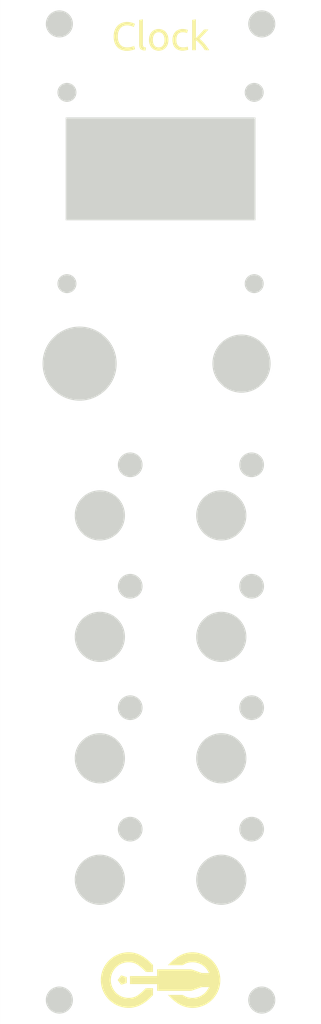
<source format=kicad_pcb>
(kicad_pcb
	(version 20240108)
	(generator "pcbnew")
	(generator_version "8.0")
	(general
		(thickness 1.6)
		(legacy_teardrops no)
	)
	(paper "A4")
	(title_block
		(title "Clock Faceplate")
		(date "2024-01-26")
		(rev "v2.1")
		(company "Free Modular")
	)
	(layers
		(0 "F.Cu" signal)
		(31 "B.Cu" signal)
		(32 "B.Adhes" user "B.Adhesive")
		(33 "F.Adhes" user "F.Adhesive")
		(34 "B.Paste" user)
		(35 "F.Paste" user)
		(36 "B.SilkS" user "B.Silkscreen")
		(37 "F.SilkS" user "F.Silkscreen")
		(38 "B.Mask" user)
		(39 "F.Mask" user)
		(40 "Dwgs.User" user "User.Drawings")
		(41 "Cmts.User" user "User.Comments")
		(42 "Eco1.User" user "User.Eco1")
		(43 "Eco2.User" user "User.Eco2")
		(44 "Edge.Cuts" user)
		(45 "Margin" user)
		(46 "B.CrtYd" user "B.Courtyard")
		(47 "F.CrtYd" user "F.Courtyard")
		(48 "B.Fab" user)
		(49 "F.Fab" user)
		(50 "User.1" user)
		(51 "User.2" user)
		(52 "User.3" user)
		(53 "User.4" user)
		(54 "User.5" user)
		(55 "User.6" user)
		(56 "User.7" user)
		(57 "User.8" user)
		(58 "User.9" user)
	)
	(setup
		(stackup
			(layer "F.SilkS"
				(type "Top Silk Screen")
			)
			(layer "F.Paste"
				(type "Top Solder Paste")
			)
			(layer "F.Mask"
				(type "Top Solder Mask")
				(thickness 0.01)
			)
			(layer "F.Cu"
				(type "copper")
				(thickness 0.035)
			)
			(layer "dielectric 1"
				(type "core")
				(thickness 1.51)
				(material "FR4")
				(epsilon_r 4.5)
				(loss_tangent 0.02)
			)
			(layer "B.Cu"
				(type "copper")
				(thickness 0.035)
			)
			(layer "B.Mask"
				(type "Bottom Solder Mask")
				(thickness 0.01)
			)
			(layer "B.Paste"
				(type "Bottom Solder Paste")
			)
			(layer "B.SilkS"
				(type "Bottom Silk Screen")
			)
			(copper_finish "None")
			(dielectric_constraints no)
		)
		(pad_to_mask_clearance 0)
		(allow_soldermask_bridges_in_footprints no)
		(aux_axis_origin 51.435 43.18)
		(pcbplotparams
			(layerselection 0x00010fc_ffffffff)
			(plot_on_all_layers_selection 0x0000000_00000000)
			(disableapertmacros no)
			(usegerberextensions no)
			(usegerberattributes yes)
			(usegerberadvancedattributes yes)
			(creategerberjobfile yes)
			(dashed_line_dash_ratio 12.000000)
			(dashed_line_gap_ratio 3.000000)
			(svgprecision 4)
			(plotframeref no)
			(viasonmask no)
			(mode 1)
			(useauxorigin no)
			(hpglpennumber 1)
			(hpglpenspeed 20)
			(hpglpendiameter 15.000000)
			(pdf_front_fp_property_popups yes)
			(pdf_back_fp_property_popups yes)
			(dxfpolygonmode yes)
			(dxfimperialunits yes)
			(dxfusepcbnewfont yes)
			(psnegative no)
			(psa4output no)
			(plotreference yes)
			(plotvalue yes)
			(plotfptext yes)
			(plotinvisibletext no)
			(sketchpadsonfab no)
			(subtractmaskfromsilk no)
			(outputformat 1)
			(mirror no)
			(drillshape 1)
			(scaleselection 1)
			(outputdirectory "")
		)
	)
	(net 0 "")
	(gr_poly
		(pts
			(xy 67.338543 165.802204) (xy 67.338543 166.539875) (xy 66.636948 166.767826) (xy 66.203343 166.171039)
			(xy 66.636948 165.574245)
		)
		(stroke
			(width 0)
			(type solid)
		)
		(fill solid)
		(layer "F.SilkS")
		(uuid "548d4d1e-5e3e-4b69-aea2-004220c86452")
	)
	(gr_poly
		(pts
			(xy 67.408046 45.935469) (xy 67.459686 45.936875) (xy 67.509921 45.939219) (xy 67.558749 45.9425)
			(xy 67.606171 45.946719) (xy 67.652186 45.951875) (xy 67.696795 45.957969) (xy 67.739998 45.965)
			(xy 67.782967 45.972656) (xy 67.824373 45.980625) (xy 67.864217 45.988906) (xy 67.902498 45.9975)
			(xy 67.939216 46.006406) (xy 67.974373 46.015625) (xy 68.007966 46.025156) (xy 68.039998 46.035)
			(xy 68.071716 46.045) (xy 68.101872 46.055) (xy 68.130466 46.065) (xy 68.157497 46.075) (xy 68.182966 46.085)
			(xy 68.206872 46.095) (xy 68.229216 46.105) (xy 68.249997 46.115) (xy 68.286872 46.13375) (xy 68.302966 46.142187)
			(xy 68.317497 46.15) (xy 68.330466 46.157187) (xy 68.341872 46.16375) (xy 68.351716 46.169687) (xy 68.359997 46.175)
			(xy 68.219998 46.575) (xy 68.208123 46.567422) (xy 68.194998 46.559688) (xy 68.180623 46.551797)
			(xy 68.164998 46.54375) (xy 68.148123 46.535547) (xy 68.129998 46.527187) (xy 68.110623 46.518672)
			(xy 68.089999 46.51) (xy 68.068359 46.50125) (xy 68.045937 46.4925) (xy 68.022734 46.48375) (xy 67.99875 46.475)
			(xy 67.973984 46.46625) (xy 67.948437 46.4575) (xy 67.894999 46.44) (xy 67.868359 46.431484) (xy 67.840937 46.423438)
			(xy 67.812734 46.415859) (xy 67.783749 46.40875) (xy 67.753984 46.402109) (xy 67.723437 46.395937)
			(xy 67.692108 46.390234) (xy 67.659998 46.385) (xy 67.62867 46.379141) (xy 67.597186 46.374062) (xy 67.565545 46.369766)
			(xy 67.533748 46.36625) (xy 67.501796 46.363516) (xy 67.469686 46.361562) (xy 67.437421 46.360391)
			(xy 67.404999 46.36) (xy 67.370839 46.360371) (xy 67.337109 46.361484) (xy 67.303808 46.36334) (xy 67.270937 46.365937)
			(xy 67.238495 46.369277) (xy 67.206484 46.373359) (xy 67.174902 46.378184) (xy 67.143749 46.38375)
			(xy 67.113027 46.390059) (xy 67.082734 46.397109) (xy 67.05287 46.404902) (xy 67.023437 46.413437)
			(xy 66.994433 46.422715) (xy 66.965859 46.432734) (xy 66.937714 46.443496) (xy 66.909999 46.455)
			(xy 66.882753 46.467207) (xy 66.856015 46.480078) (xy 66.829785 46.493613) (xy 66.804062 46.507812)
			(xy 66.778847 46.522676) (xy 66.75414 46.538203) (xy 66.729941 46.554394) (xy 66.70625 46.57125)
			(xy 66.683066 46.588769) (xy 66.66039 46.606953) (xy 66.638222 46.625801) (xy 66.616562 46.645312)
			(xy 66.59541 46.665488) (xy 66.574765 46.686328) (xy 66.554628 46.707832) (xy 66.534999 46.73) (xy 66.515898 46.752813)
			(xy 66.497343 46.77625) (xy 66.479335 46.800313) (xy 66.461874 46.825) (xy 66.44496 46.850313) (xy 66.428593 46.87625)
			(xy 66.412773 46.902813) (xy 66.397499 46.93) (xy 66.382773 46.957813) (xy 66.368593 46.98625) (xy 66.35496 47.015313)
			(xy 66.341874 47.045) (xy 66.329335 47.075313) (xy 66.317343 47.10625) (xy 66.305898 47.137813) (xy 66.295 47.17)
			(xy 66.285312 47.202129) (xy 66.27625 47.234766) (xy 66.267812 47.26791) (xy 66.26 47.301562) (xy 66.24625 47.37039)
			(xy 66.235 47.44125) (xy 66.22625 47.51414) (xy 66.22 47.589062) (xy 66.21625 47.666015) (xy 66.215 47.744999)
			(xy 66.216093 47.82164) (xy 66.219375 47.896562) (xy 66.224844 47.969765) (xy 66.2325 48.041249)
			(xy 66.242344 48.111015) (xy 66.254375 48.179062) (xy 66.268593 48.24539) (xy 66.284999 48.309999)
			(xy 66.294648 48.341601) (xy 66.304843 48.372656) (xy 66.315585 48.403164) (xy 66.326874 48.433124)
			(xy 66.33871 48.462539) (xy 66.351093 48.491406) (xy 66.364023 48.519726) (xy 66.377499 48.547499)
			(xy 66.391523 48.574726) (xy 66.406093 48.601406) (xy 66.42121 48.627539) (xy 66.436874 48.653124)
			(xy 66.453085 48.678164) (xy 66.469843 48.702656) (xy 66.487148 48.726601) (xy 66.505 48.75) (xy 66.523398 48.772187)
			(xy 66.542344 48.793749) (xy 66.561836 48.814687) (xy 66.581875 48.834999) (xy 66.602461 48.854687)
			(xy 66.623594 48.873749) (xy 66.645274 48.892187) (xy 66.6675 48.909999) (xy 66.690273 48.927187)
			(xy 66.713594 48.943749) (xy 66.737461 48.959687) (xy 66.761875 48.974999) (xy 66.786836 48.989687)
			(xy 66.812343 49.00375) (xy 66.838398 49.017187) (xy 66.864999 49.03) (xy 66.892773 49.042109) (xy 66.921093 49.053437)
			(xy 66.94996 49.063984) (xy 66.979374 49.07375) (xy 67.009335 49.082734) (xy 67.039843 49.090937)
			(xy 67.070898 49.098359) (xy 67.102499 49.105) (xy 67.134648 49.110859) (xy 67.167343 49.115937)
			(xy 67.200585 49.120234) (xy 67.234374 49.12375) (xy 67.26871 49.126484) (xy 67.303593 49.128437)
			(xy 67.339023 49.129609) (xy 67.375 49.13) (xy 67.456952 49.128906) (xy 67.535311 49.125625) (xy 67.610077 49.120156)
			(xy 67.681249 49.1125) (xy 67.748827 49.102656) (xy 67.812811 49.090624) (xy 67.873202 49.076406)
			(xy 67.929999 49.059999) (xy 67.98328 49.042734) (xy 68.033124 49.025937) (xy 68.079531 49.009609)
			(xy 68.1225 48.993749) (xy 68.162031 48.978359) (xy 68.198125 48.963437) (xy 68.230781 48.948984)
			(xy 68.259999 48.934999) (xy 68.384999 49.335) (xy 68.380409 49.338183) (xy 68.37539 49.341484) (xy 68.364062 49.348437)
			(xy 68.351015 49.355859) (xy 68.336249 49.36375) (xy 68.319764 49.372109) (xy 68.301561 49.380937)
			(xy 68.281639 49.390234) (xy 68.259999 49.4) (xy 68.236796 49.40875) (xy 68.212187 49.417499) (xy 68.186171 49.426249)
			(xy 68.158749 49.435) (xy 68.129921 49.44375) (xy 68.099686 49.4525) (xy 68.068045 49.46125) (xy 68.034998 49.47)
			(xy 68.000545 49.478594) (xy 67.964686 49.486875) (xy 67.92742 49.494844) (xy 67.888748 49.5025)
			(xy 67.84867 49.509844) (xy 67.807186 49.516875) (xy 67.764295 49.523594) (xy 67.719998 49.53) (xy 67.674529 49.535859)
			(xy 67.628123 49.540937) (xy 67.580779 49.545234) (xy 67.532498 49.548749) (xy 67.483279 49.551484)
			(xy 67.433123 49.553437) (xy 67.38203 49.554609) (xy 67.329999 49.555) (xy 67.33 49.554999) (xy 67.284628 49.554531)
			(xy 67.239765 49.553124) (xy 67.19541 49.550781) (xy 67.151562 49.547499) (xy 67.108222 49.543281)
			(xy 67.06539 49.538124) (xy 67.023066 49.532031) (xy 66.98125 49.524999) (xy 66.939941 49.517031)
			(xy 66.89914 49.508124) (xy 66.858847 49.498281) (xy 66.819062 49.487499) (xy 66.779785 49.475781)
			(xy 66.741015 49.463124) (xy 66.702753 49.449531) (xy 66.665 49.434999) (xy 66.627832 49.41957) (xy 66.591328 49.403281)
			(xy 66.555488 49.386132) (xy 66.520312 49.368124) (xy 66.4858 49.349257) (xy 66.451953 49.329531)
			(xy 66.418769 49.308945) (xy 66.386249 49.287499) (xy 66.354394 49.265195) (xy 66.323203 49.242031)
			(xy 66.292675 49.218007) (xy 66.262812 49.193124) (xy 66.233613 49.167382) (xy 66.205077 49.140781)
			(xy 66.177206 49.11332) (xy 66.149999 49.085) (xy 66.123495 49.055839) (xy 66.097734 49.025859) (xy 66.072714 48.995058)
			(xy 66.048437 48.963437) (xy 66.024901 48.930996) (xy 66.002108 48.897734) (xy 65.980058 48.863652)
			(xy 65.958749 48.82875) (xy 65.938183 48.793027) (xy 65.918358 48.756484) (xy 65.899276 48.719121)
			(xy 65.880937 48.680937) (xy 65.863339 48.641933) (xy 65.846484 48.602109) (xy 65.83037 48.561464)
			(xy 65.814999 48.519999) (xy 65.801073 48.477128) (xy 65.788046 48.433515) (xy 65.775917 48.38916)
			(xy 65.764687 48.344062) (xy 65.754355 48.298222) (xy 65.744921 48.25164) (xy 65.736386 48.204316)
			(xy 65.728749 48.156249) (xy 65.722011 48.107441) (xy 65.716171 48.05789) (xy 65.707187 47.956562)
			(xy 65.701796 47.852265) (xy 65.699999 47.744999) (xy 65.702031 47.637812) (xy 65.708124 47.533749)
			(xy 65.718281 47.432812) (xy 65.724882 47.383515) (xy 65.732499 47.334999) (xy 65.741132 47.287265)
			(xy 65.750781 47.240312) (xy 65.761445 47.19414) (xy 65.773124 47.14875) (xy 65.78582 47.10414) (xy 65.799531 47.060312)
			(xy 65.814257 47.017265) (xy 65.83 46.975) (xy 65.847226 46.93293) (xy 65.865156 46.891719) (xy 65.883789 46.851367)
			(xy 65.903125 46.811875) (xy 65.923164 46.773242) (xy 65.943906 46.735469) (xy 65.965351 46.698555)
			(xy 65.9875 46.6625) (xy 66.010351 46.627305) (xy 66.033906 46.592969) (xy 66.058164 46.559492) (xy 66.083124 46.526875)
			(xy 66.108788 46.495117) (xy 66.135156 46.464219) (xy 66.162226 46.43418) (xy 66.189999 46.405) (xy 66.218417 46.37668)
			(xy 66.247421 46.349219) (xy 66.277011 46.322617) (xy 66.307186 46.296875) (xy 66.337948 46.271992)
			(xy 66.369296 46.247969) (xy 66.401229 46.224805) (xy 66.433749 46.2025) (xy 66.466854 46.181055)
			(xy 66.500546 46.160469) (xy 66.534823 46.140742) (xy 66.569686 46.121875) (xy 66.605136 46.103867)
			(xy 66.641171 46.086719) (xy 66.677792 46.07043) (xy 66.714999 46.055) (xy 66.752655 46.040469) (xy 66.790624 46.026875)
			(xy 66.828905 46.014219) (xy 66.867499 46.0025) (xy 66.906405 45.991719) (xy 66.945624 45.981875)
			(xy 66.985155 45.972969) (xy 67.024999 45.965) (xy 67.065155 45.957969) (xy 67.105624 45.951875)
			(xy 67.146405 45.946719) (xy 67.187499 45.9425) (xy 67.228905 45.939219) (xy 67.270624 45.936875)
			(xy 67.312655 45.935469) (xy 67.354999 45.935)
		)
		(stroke
			(width 0)
			(type solid)
		)
		(fill solid)
		(layer "F.SilkS")
		(uuid "6a2a1aee-9d4c-4814-ac3f-c4de07dc1c23")
	)
	(gr_poly
		(pts
			(xy 74.368748 46.815468) (xy 74.412498 46.816874) (xy 74.456248 46.819218) (xy 74.499998 46.822499)
			(xy 74.543748 46.826718) (xy 74.587498 46.831874) (xy 74.631248 46.837968) (xy 74.674998 46.844999)
			(xy 74.718514 46.853046) (xy 74.761561 46.862187) (xy 74.804139 46.872421) (xy 74.846248 46.883749)
			(xy 74.887889 46.896171) (xy 74.92906 46.909687) (xy 74.969763 46.924296) (xy 75.009997 46.939999)
			(xy 74.904997 47.334999) (xy 74.878201 47.322812) (xy 74.85031 47.311249) (xy 74.821326 47.300312)
			(xy 74.791247 47.289999) (xy 74.760075 47.280312) (xy 74.72781 47.271249) (xy 74.69445 47.262812)
			(xy 74.659997 47.254999) (xy 74.625934 47.247968) (xy 74.591247 47.241874) (xy 74.555934 47.236718)
			(xy 74.519996 47.232499) (xy 74.483434 47.229218) (xy 74.446246 47.226874) (xy 74.408433 47.225468)
			(xy 74.369996 47.224999) (xy 74.321949 47.225956) (xy 74.275308 47.228827) (xy 74.230074 47.233612)
			(xy 74.186246 47.240311) (xy 74.143824 47.248925) (xy 74.102808 47.259452) (xy 74.063199 47.271893)
			(xy 74.024996 47.286249) (xy 73.988199 47.302518) (xy 73.952808 47.320702) (xy 73.918824 47.3408)
			(xy 73.886246 47.362811) (xy 73.855074 47.386737) (xy 73.825308 47.412577) (xy 73.796949 47.440331)
			(xy 73.769995 47.469999) (xy 73.745171 47.501503) (xy 73.721948 47.534764) (xy 73.700327 47.569784)
			(xy 73.680308 47.606561) (xy 73.66189 47.645097) (xy 73.645073 47.685389) (xy 73.629858 47.72744)
			(xy 73.616245 47.771249) (xy 73.604233 47.816815) (xy 73.593823 47.864139) (xy 73.585015 47.913222)
			(xy 73.577808 47.964061) (xy 73.572202 48.016659) (xy 73.568198 48.071015) (xy 73.565796 48.127128)
			(xy 73.564995 48.184999) (xy 73.565698 48.236952) (xy 73.567808 48.287811) (xy 73.571323 48.337577)
			(xy 73.576245 48.386249) (xy 73.582573 48.433827) (xy 73.590308 48.480311) (xy 73.599448 48.525702)
			(xy 73.609995 48.569999) (xy 73.616441 48.591678) (xy 73.623276 48.612968) (xy 73.630503 48.633866)
			(xy 73.63812 48.654374) (xy 73.646128 48.674491) (xy 73.654526 48.694218) (xy 73.663315 48.713553)
			(xy 73.672495 48.732499) (xy 73.682065 48.751054) (xy 73.692026 48.769218) (xy 73.702377 48.786991)
			(xy 73.71312 48.804374) (xy 73.724253 48.821366) (xy 73.735776 48.837968) (xy 73.74769 48.854179)
			(xy 73.759995 48.869999) (xy 73.773335 48.885409) (xy 73.787104 48.90039) (xy 73.801303 48.91494)
			(xy 73.815932 48.929062) (xy 73.830991 48.942753) (xy 73.846479 48.956015) (xy 73.862397 48.968847)
			(xy 73.878745 48.981249) (xy 73.895522 48.993222) (xy 73.912729 49.004765) (xy 73.930366 49.015878)
			(xy 73.948432 49.026562) (xy 73.966928 49.036816) (xy 73.985854 49.04664) (xy 74.005209 49.056034)
			(xy 74.024994 49.064999) (xy 74.045268 49.07287) (xy 74.066088 49.080234) (xy 74.087455 49.087089)
			(xy 74.109369 49.093437) (xy 74.13183 49.099277) (xy 74.154838 49.104609) (xy 74.178392 49.109433)
			(xy 74.202494 49.113749) (xy 74.227142 49.117558) (xy 74.252338 49.120859) (xy 74.27808 49.123652)
			(xy 74.304369 49.125937) (xy 74.331205 49.127714) (xy 74.358587 49.128984) (xy 74.386517 49.129745)
			(xy 74.414994 49.129999) (xy 74.460697 49.129452) (xy 74.505306 49.127812) (xy 74.548821 49.125077)
			(xy 74.591243 49.121249) (xy 74.632571 49.116327) (xy 74.672805 49.110312) (xy 74.711946 49.103202)
			(xy 74.749993 49.094999) (xy 74.786477 49.086171) (xy 74.820931 49.077187) (xy 74.853352 49.068046)
			(xy 74.883743 49.058749) (xy 74.912103 49.049296) (xy 74.938431 49.039687) (xy 74.962728 49.029921)
			(xy 74.984994 49.019999) (xy 75.049994 49.409999) (xy 75.044857 49.413124) (xy 75.039447 49.416249)
			(xy 75.027806 49.422499) (xy 75.015072 49.428749) (xy 75.001244 49.434999) (xy 74.986322 49.441249)
			(xy 74.970306 49.447499) (xy 74.953197 49.453749) (xy 74.934994 49.46) (xy 74.915931 49.464921) (xy 74.896244 49.469687)
			(xy 74.875931 49.474296) (xy 74.854994 49.47875) (xy 74.833432 49.483046) (xy 74.811244 49.487187)
			(xy 74.788432 49.491171) (xy 74.764994 49.494999) (xy 74.74101 49.499843) (xy 74.716557 49.504374)
			(xy 74.691635 49.508593) (xy 74.666244 49.512499) (xy 74.640385 49.516093) (xy 74.614057 49.519375)
			(xy 74.58726 49.522343) (xy 74.559994 49.525) (xy 74.533823 49.528515) (xy 74.507807 49.531562) (xy 74.481948 49.53414)
			(xy 74.456245 49.536249) (xy 74.430698 49.53789) (xy 74.405307 49.539062) (xy 74.380073 49.539765)
			(xy 74.354996 49.539999) (xy 74.315916 49.539609) (xy 74.27742 49.538437) (xy 74.239509 49.536484)
			(xy 74.202185 49.533749) (xy 74.165447 49.530234) (xy 74.129294 49.525937) (xy 74.093728 49.520859)
			(xy 74.058748 49.514999) (xy 74.024353 49.508359) (xy 73.990545 49.500937) (xy 73.957322 49.492734)
			(xy 73.924685 49.48375) (xy 73.892634 49.473984) (xy 73.86117 49.463437) (xy 73.830291 49.452109)
			(xy 73.799998 49.44) (xy 73.770896 49.427187) (xy 73.742341 49.41375) (xy 73.714333 49.399687) (xy 73.686872 49.385)
			(xy 73.659958 49.369687) (xy 73.633591 49.35375) (xy 73.607771 49.337187) (xy 73.582497 49.32) (xy 73.557771 49.302187)
			(xy 73.533591 49.28375) (xy 73.509958 49.264687) (xy 73.486872 49.245) (xy 73.464334 49.224687) (xy 73.442342 49.203749)
			(xy 73.420896 49.182187) (xy 73.399998 49.159999) (xy 73.380311 49.137245) (xy 73.361248 49.113984)
			(xy 73.342811 49.090214) (xy 73.324998 49.065937) (xy 73.307811 49.041152) (xy 73.291248 49.015859)
			(xy 73.275311 48.990058) (xy 73.259998 48.963749) (xy 73.245311 48.936933) (xy 73.231248 48.909609)
			(xy 73.217811 48.881777) (xy 73.204998 48.853437) (xy 73.192811 48.824589) (xy 73.181248 48.795234)
			(xy 73.170311 48.76537) (xy 73.159998 48.734999) (xy 73.150311 48.703554) (xy 73.141248 48.671718)
			(xy 73.132811 48.639491) (xy 73.124999 48.606874) (xy 73.111249 48.540468) (xy 73.099999 48.472499)
			(xy 73.091249 48.402968) (xy 73.084999 48.331874) (xy 73.081249 48.259218) (xy 73.079999 48.184999)
			(xy 73.081327 48.11078) (xy 73.085311 48.038124) (xy 73.091952 47.96703) (xy 73.101249 47.897499)
			(xy 73.113202 47.82953) (xy 73.127811 47.763124) (xy 73.145076 47.69828) (xy 73.164998 47.634999)
			(xy 73.176521 47.604022) (xy 73.188591 47.573593) (xy 73.201208 47.54371) (xy 73.214372 47.514374)
			(xy 73.228083 47.485585) (xy 73.242341 47.457343) (xy 73.257146 47.429647) (xy 73.272497 47.402499)
			(xy 73.288396 47.375897) (xy 73.304841 47.349843) (xy 73.321834 47.324335) (xy 73.339373 47.299374)
			(xy 73.357459 47.27496) (xy 73.376091 47.251093) (xy 73.395271 47.227772) (xy 73.414998 47.204999)
			(xy 73.435271 47.182206) (xy 73.456091 47.160077) (xy 73.477458 47.138613) (xy 73.499372 47.117812)
			(xy 73.521833 47.097675) (xy 73.544841 47.078203) (xy 73.568396 47.059394) (xy 73.592497 47.041249)
			(xy 73.617146 47.023769) (xy 73.642341 47.006953) (xy 73.668083 46.9908) (xy 73.694372 46.975312)
			(xy 73.721208 46.960488) (xy 73.748591 46.946328) (xy 73.77652 46.932831) (xy 73.804997 46.919999)
			(xy 73.834568 46.907285) (xy 73.864529 46.89539) (xy 73.89488 46.884316) (xy 73.925622 46.874062)
			(xy 73.956755 46.864628) (xy 73.988279 46.856015) (xy 74.020193 46.848222) (xy 74.052497 46.841249)
			(xy 74.085193 46.835097) (xy 74.118279 46.829765) (xy 74.151755 46.825253) (xy 74.185622 46.821562)
			(xy 74.21988 46.818691) (xy 74.254529 46.81664) (xy 74.289568 46.815409) (xy 74.324997 46.814999)
		)
		(stroke
			(width 0)
			(type solid)
		)
		(fill solid)
		(layer "F.SilkS")
		(uuid "85b0dd60-fb5b-427e-a25f-f69e69c683ac")
	)
	(gr_poly
		(pts
			(xy 71.382968 46.815391) (xy 71.415624 46.816563) (xy 71.447968 46.818516) (xy 71.479999 46.82125)
			(xy 71.511718 46.824766) (xy 71.543124 46.829063) (xy 71.574218 46.834141) (xy 71.604999 46.84) (xy 71.635468 46.846641)
			(xy 71.665624 46.854063) (xy 71.695468 46.862266) (xy 71.724999 46.87125) (xy 71.754218 46.881016)
			(xy 71.783124 46.891562) (xy 71.811718 46.902891) (xy 71.839999 46.915) (xy 71.86787 46.927207) (xy 71.895233 46.940078)
			(xy 71.922089 46.953613) (xy 71.948436 46.967812) (xy 71.974276 46.982676) (xy 71.999608 46.998203)
			(xy 72.024432 47.014394) (xy 72.048749 47.03125) (xy 72.072557 47.048769) (xy 72.095858 47.066953)
			(xy 72.118651 47.085801) (xy 72.140936 47.105312) (xy 72.162714 47.125488) (xy 72.183983 47.146328)
			(xy 72.204745 47.167832) (xy 72.224999 47.19) (xy 72.245331 47.212793) (xy 72.265077 47.236171) (xy 72.284237 47.260136)
			(xy 72.302812 47.284687) (xy 72.3208 47.309824) (xy 72.338202 47.335546) (xy 72.355019 47.361855)
			(xy 72.371249 47.388749) (xy 72.386893 47.41623) (xy 72.401952 47.444296) (xy 72.416425 47.472949)
			(xy 72.430311 47.502187) (xy 72.443612 47.532011) (xy 72.456327 47.562421) (xy 72.468455 47.593417)
			(xy 72.479998 47.625) (xy 72.490897 47.656464) (xy 72.501092 47.688359) (xy 72.510584 47.720683)
			(xy 72.519373 47.753437) (xy 72.527459 47.78662) (xy 72.534842 47.820234) (xy 72.541521 47.854277)
			(xy 72.547498 47.888749) (xy 72.552772 47.923652) (xy 72.557342 47.958984) (xy 72.561209 47.994745)
			(xy 72.564373 48.030937) (xy 72.566834 48.067558) (xy 72.568592 48.104609) (xy 72.569647 48.142089)
			(xy 72.569998 48.179999) (xy 72.568592 48.256562) (xy 72.564373 48.331249) (xy 72.557342 48.404062)
			(xy 72.547498 48.474999) (xy 72.534842 48.544062) (xy 72.527459 48.57789) (xy 72.519373 48.611249)
			(xy 72.510584 48.64414) (xy 72.501092 48.676562) (xy 72.490897 48.708515) (xy 72.479998 48.739999)
			(xy 72.468455 48.770976) (xy 72.456326 48.801405) (xy 72.443612 48.831288) (xy 72.430311 48.860624)
			(xy 72.416424 48.889413) (xy 72.401951 48.917655) (xy 72.386893 48.945351) (xy 72.371248 48.972499)
			(xy 72.355018 48.999101) (xy 72.338201 49.025155) (xy 72.320799 49.050663) (xy 72.302811 49.075624)
			(xy 72.284237 49.100038) (xy 72.265077 49.123905) (xy 72.245331 49.147226) (xy 72.224999 49.169999)
			(xy 72.204745 49.192187) (xy 72.183983 49.213749) (xy 72.162714 49.234687) (xy 72.140936 49.254999)
			(xy 72.118651 49.274687) (xy 72.095858 49.293749) (xy 72.072557 49.312187) (xy 72.048749 49.329999)
			(xy 72.024432 49.347187) (xy 71.999608 49.363749) (xy 71.974276 49.379687) (xy 71.948436 49.394999)
			(xy 71.922089 49.409687) (xy 71.895233 49.423749) (xy 71.86787 49.437187) (xy 71.839999 49.449999)
			(xy 71.811718 49.461503) (xy 71.783124 49.472265) (xy 71.754218 49.482284) (xy 71.724999 49.491562)
			(xy 71.695468 49.500097) (xy 71.665624 49.50789) (xy 71.635468 49.514941) (xy 71.604999 49.521249)
			(xy 71.574218 49.526816) (xy 71.543124 49.53164) (xy 71.511718 49.535722) (xy 71.479999 49.539062)
			(xy 71.447968 49.541659) (xy 71.415624 49.543515) (xy 71.382968 49.544628) (xy 71.349999 49.544999)
			(xy 71.31703 49.544628) (xy 71.284374 49.543515) (xy 71.25203 49.541659) (xy 71.219999 49.539062)
			(xy 71.18828 49.535722) (xy 71.156874 49.53164) (xy 71.12578 49.526816) (xy 71.094999 49.521249)
			(xy 71.06453 49.514941) (xy 71.034374 49.50789) (xy 71.00453 49.500097) (xy 70.974999 49.491562)
			(xy 70.94578 49.482284) (xy 70.916874 49.472265) (xy 70.88828 49.461503) (xy 70.859999 49.449999)
			(xy 70.832109 49.437187) (xy 70.804687 49.423749) (xy 70.777734 49.409687) (xy 70.751249 49.394999)
			(xy 70.725234 49.379687) (xy 70.699687 49.363749) (xy 70.674609 49.347187) (xy 70.649999 49.329999)
			(xy 70.625859 49.312187) (xy 70.602187 49.293749) (xy 70.578984 49.274687) (xy 70.556249 49.254999)
			(xy 70.533984 49.234687) (xy 70.512187 49.213749) (xy 70.490859 49.192187) (xy 70.47 49.169999) (xy 70.450273 49.147226)
			(xy 70.431094 49.123905) (xy 70.412461 49.100038) (xy 70.394375 49.075624) (xy 70.376836 49.050663)
			(xy 70.359844 49.025155) (xy 70.343398 48.999101) (xy 70.3275 48.972499) (xy 70.312148 48.945351)
			(xy 70.297343 48.917655) (xy 70.283086 48.889413) (xy 70.269375 48.860624) (xy 70.256211 48.831288)
			(xy 70.243593 48.801405) (xy 70.231523 48.770976) (xy 70.22 48.739999) (xy 70.209101 48.708515) (xy 70.198906 48.676562)
			(xy 70.189414 48.64414) (xy 70.180625 48.611249) (xy 70.172539 48.57789) (xy 70.165156 48.544062)
			(xy 70.158477 48.509765) (xy 70.1525 48.474999) (xy 70.147226 48.439765) (xy 70.142656 48.404062)
			(xy 70.138789 48.36789) (xy 70.135625 48.331249) (xy 70.133164 48.29414) (xy 70.131406 48.256562)
			(xy 70.130351 48.218515) (xy 70.13 48.18) (xy 70.614996 48.18) (xy 70.615758 48.234297) (xy 70.618043 48.287187)
			(xy 70.621852 48.338672) (xy 70.627184 48.38875) (xy 70.63404 48.437422) (xy 70.642418 48.484687)
			(xy 70.652321 48.530547) (xy 70.663747 48.575) (xy 70.676696 48.618047) (xy 70.691169 48.659687)
			(xy 70.707165 48.699922) (xy 70.724684 48.73875) (xy 70.743727 48.776172) (xy 70.764293 48.812187)
			(xy 70.786383 48.846797) (xy 70.809996 48.88) (xy 70.835543 48.910879) (xy 70.862184 48.939765) (xy 70.889918 48.96666)
			(xy 70.918746 48.991562) (xy 70.948668 49.014472) (xy 70.979684 49.03539) (xy 71.011793 49.054316)
			(xy 71.044996 49.07125) (xy 71.079293 49.086191) (xy 71.114684 49.09914) (xy 71.151168 49.110097)
			(xy 71.188747 49.119062) (xy 71.227419 49.126035) (xy 71.267184 49.131015) (xy 71.308044 49.134004)
			(xy 71.349997 49.135) (xy 71.391931 49.134004) (xy 71.432732 49.131015) (xy 71.4724 49.126035) (xy 71.510935 49.119062)
			(xy 71.548337 49.110097) (xy 71.584607 49.09914) (xy 71.619744 49.086191) (xy 71.653748 49.07125)
			(xy 71.686619 49.054316) (xy 71.718357 49.03539) (xy 71.748962 49.014472) (xy 71.778435 48.991562)
			(xy 71.806775 48.96666) (xy 71.833982 48.939765) (xy 71.860056 48.910879) (xy 71.884997 48.88) (xy 71.909216 48.846797)
			(xy 71.931872 48.812187) (xy 71.952966 48.776172) (xy 71.972497 48.73875) (xy 71.990466 48.699922)
			(xy 72.006872 48.659687) (xy 72.021716 48.618047) (xy 72.034997 48.575) (xy 72.046716 48.530547)
			(xy 72.056872 48.484687) (xy 72.065466 48.437422) (xy 72.072498 48.38875) (xy 72.077966 48.338672)
			(xy 72.081873 48.287187) (xy 72.084216 48.234297) (xy 72.084998 48.18) (xy 72.084998 48.179999) (xy 72.084216 48.125722)
			(xy 72.081873 48.07289) (xy 72.077966 48.021503) (xy 72.072498 47.971562) (xy 72.065466 47.923066)
			(xy 72.056872 47.876015) (xy 72.046716 47.830409) (xy 72.034997 47.786249) (xy 72.021716 47.743534)
			(xy 72.006872 47.702265) (xy 71.990466 47.662441) (xy 71.972497 47.624062) (xy 71.952966 47.587128)
			(xy 71.931872 47.55164) (xy 71.909216 47.517597) (xy 71.884997 47.484999) (xy 71.860056 47.453515)
			(xy 71.833982 47.424062) (xy 71.806775 47.39664) (xy 71.778435 47.371249) (xy 71.748962 47.34789)
			(xy 71.718357 47.326562) (xy 71.686619 47.307265) (xy 71.653748 47.289999) (xy 71.619744 47.274765)
			(xy 71.584607 47.261562) (xy 71.548337 47.25039) (xy 71.510935 47.241249) (xy 71.4724 47.23414) (xy 71.432732 47.229062)
			(xy 71.391931 47.226015) (xy 71.349997 47.224999) (xy 71.308044 47.226015) (xy 71.267184 47.229062)
			(xy 71.227419 47.23414) (xy 71.188747 47.241249) (xy 71.151168 47.25039) (xy 71.114684 47.261562)
			(xy 71.079293 47.274765) (xy 71.044996 47.289999) (xy 71.011793 47.307265) (xy 70.979684 47.326562)
			(xy 70.948668 47.34789) (xy 70.918746 47.371249) (xy 70.889918 47.39664) (xy 70.862184 47.424062)
			(xy 70.835543 47.453515) (xy 70.809996 47.485) (xy 70.786383 47.517597) (xy 70.764293 47.55164) (xy 70.743727 47.587129)
			(xy 70.724684 47.624062) (xy 70.707165 47.662441) (xy 70.691169 47.702265) (xy 70.676696 47.743535)
			(xy 70.663747 47.78625) (xy 70.652321 47.83041) (xy 70.642418 47.876015) (xy 70.63404 47.923066)
			(xy 70.627184 47.971562) (xy 70.621852 48.021504) (xy 70.618043 48.07289) (xy 70.615758 48.125722)
			(xy 70.614996 48.18) (xy 70.13 48.18) (xy 70.13 48.179999) (xy 70.131406 48.104609) (xy 70.135625 48.030937)
			(xy 70.142656 47.958984) (xy 70.1525 47.888749) (xy 70.165156 47.820234) (xy 70.172539 47.78662)
			(xy 70.180625 47.753437) (xy 70.189414 47.720683) (xy 70.198906 47.688359) (xy 70.209101 47.656464)
			(xy 70.22 47.625) (xy 70.231523 47.593417) (xy 70.243593 47.562421) (xy 70.256211 47.532011) (xy 70.269375 47.502187)
			(xy 70.283086 47.472949) (xy 70.297343 47.444296) (xy 70.312148 47.41623) (xy 70.3275 47.388749)
			(xy 70.343398 47.361855) (xy 70.359844 47.335546) (xy 70.376836 47.309824) (xy 70.394375 47.284687)
			(xy 70.412461 47.260136) (xy 70.431094 47.236171) (xy 70.450273 47.212793) (xy 70.47 47.19) (xy 70.490859 47.167832)
			(xy 70.512188 47.146328) (xy 70.533984 47.125488) (xy 70.55625 47.105312) (xy 70.578984 47.085801)
			(xy 70.602188 47.066953) (xy 70.625859 47.048769) (xy 70.65 47.03125) (xy 70.674609 47.014394) (xy 70.699687 46.998203)
			(xy 70.725234 46.982676) (xy 70.75125 46.967812) (xy 70.777734 46.953613) (xy 70.804687 46.940078)
			(xy 70.832109 46.927207) (xy 70.859999 46.915) (xy 70.88828 46.902891) (xy 70.916874 46.891562) (xy 70.94578 46.881016)
			(xy 70.974999 46.87125) (xy 71.00453 46.862266) (xy 71.034374 46.854063) (xy 71.06453 46.846641)
			(xy 71.094999 46.84) (xy 71.12578 46.834141) (xy 71.156874 46.829063) (xy 71.18828 46.824766) (xy 71.219999 46.82125)
			(xy 71.25203 46.818516) (xy 71.284374 46.816563) (xy 71.31703 46.815391) (xy 71.349999 46.815)
		)
		(stroke
			(width 0)
			(type solid)
		)
		(fill solid)
		(layer "F.SilkS")
		(uuid "b70f6430-d24d-4431-b119-ab2990dde269")
	)
	(gr_poly
		(pts
			(xy 76.014998 47.969999) (xy 76.279997 47.704999) (xy 76.352185 47.632187) (xy 76.423747 47.558749)
			(xy 76.494684 47.484687) (xy 76.564997 47.409999) (xy 76.829997 47.125) (xy 76.89031 47.057187) (xy 76.946247 46.99375)
			(xy 76.99781 46.934687) (xy 77.044997 46.88) (xy 77.589997 46.88) (xy 77.469997 47.01125) (xy 77.339997 47.155)
			(xy 77.271872 47.230312) (xy 77.202496 47.306249) (xy 77.131871 47.382812) (xy 77.059996 47.459999)
			(xy 76.764996 47.764999) (xy 76.489996 48.049999) (xy 76.489998 48.049999) (xy 76.527733 48.079609)
			(xy 76.565936 48.110937) (xy 76.604608 48.143983) (xy 76.643749 48.178749) (xy 76.683358 48.215233)
			(xy 76.723436 48.253437) (xy 76.763983 48.293358) (xy 76.804999 48.334999) (xy 76.847343 48.377968)
			(xy 76.889374 48.421874) (xy 76.931092 48.466718) (xy 76.972499 48.512499) (xy 77.013593 48.559218)
			(xy 77.054374 48.606874) (xy 77.094843 48.655468) (xy 77.134999 48.704999) (xy 77.175937 48.753905)
			(xy 77.216249 48.803124) (xy 77.255937 48.852655) (xy 77.294999 48.902499) (xy 77.333436 48.952655)
			(xy 77.371249 49.003124) (xy 77.408436 49.053905) (xy 77.444998 49.104999) (xy 77.480545 49.154608)
			(xy 77.514686 49.203436) (xy 77.54742 49.251483) (xy 77.578748 49.298749) (xy 77.60867 49.345233)
			(xy 77.637186 49.390936) (xy 77.664296 49.435858) (xy 77.689999 49.479999) (xy 77.144999 49.479999)
			(xy 77.118202 49.436171) (xy 77.090312 49.392186) (xy 77.061327 49.348046) (xy 77.031249 49.303749)
			(xy 77.000077 49.259296) (xy 76.967811 49.214686) (xy 76.934452 49.169921) (xy 76.899998 49.124999)
			(xy 76.866014 49.079062) (xy 76.831561 49.033749) (xy 76.796639 48.989062) (xy 76.761248 48.944999)
			(xy 76.725389 48.901562) (xy 76.689061 48.858749) (xy 76.652264 48.816562) (xy 76.614998 48.774999)
			(xy 76.57742 48.732968) (xy 76.539686 48.691874) (xy 76.501795 48.651718) (xy 76.463749 48.612499)
			(xy 76.425545 48.574218) (xy 76.387186 48.536874) (xy 76.34867 48.500468) (xy 76.309998 48.464999)
			(xy 76.271482 48.430702) (xy 76.233435 48.397812) (xy 76.195857 48.366327) (xy 76.158747 48.336249)
			(xy 76.122107 48.307577) (xy 76.085935 48.280312) (xy 76.050232 48.254452) (xy 76.014998 48.229999)
			(xy 76.014998 49.479999) (xy 75.549998 49.479999) (xy 75.549998 45.68) (xy 76.014998 45.6)
		)
		(stroke
			(width 0)
			(type solid)
		)
		(fill solid)
		(layer "F.SilkS")
		(uuid "bc461c60-935d-43de-81b7-bca36d134f6d")
	)
	(gr_poly
		(pts
			(xy 75.772799 162.684552) (xy 75.949518 162.698095) (xy 76.123738 162.720392) (xy 76.295237 162.751222)
			(xy 76.46379 162.790359) (xy 76.629174 162.837582) (xy 76.791167 162.892666) (xy 76.949544 162.955388)
			(xy 77.104081 163.025524) (xy 77.254556 163.102851) (xy 77.400746 163.187146) (xy 77.542425 163.278185)
			(xy 77.679372 163.375744) (xy 77.811363 163.479601) (xy 77.938173 163.589531) (xy 78.059581 163.705311)
			(xy 78.175361 163.826718) (xy 78.285292 163.953529) (xy 78.389149 164.085519) (xy 78.486708 164.222466)
			(xy 78.577747 164.364146) (xy 78.662042 164.510335) (xy 78.73937 164.66081) (xy 78.809506 164.815348)
			(xy 78.872228 164.973724) (xy 78.927312 165.135717) (xy 78.974535 165.301101) (xy 79.013673 165.469654)
			(xy 79.044503 165.641153) (xy 79.066801 165.815373) (xy 79.080344 165.992091) (xy 79.084908 166.171085)
			(xy 79.080344 166.350078) (xy 79.066802 166.526797) (xy 79.044504 166.701017) (xy 79.013674 166.872516)
			(xy 78.974537 167.041069) (xy 78.927314 167.206454) (xy 78.87223 167.368446) (xy 78.809508 167.526823)
			(xy 78.739371 167.681361) (xy 78.662044 167.831837) (xy 78.577749 167.978026) (xy 78.48671 168.119706)
			(xy 78.38915 168.256653) (xy 78.285293 168.388644) (xy 78.175363 168.515455) (xy 78.059582 168.636862)
			(xy 77.938175 168.752643) (xy 77.811364 168.862574) (xy 77.679373 168.966431) (xy 77.542426 169.06399)
			(xy 77.400747 169.155029) (xy 77.254557 169.239324) (xy 77.104082 169.316652) (xy 76.949544 169.386788)
			(xy 76.791167 169.449511) (xy 76.629175 169.504595) (xy 76.46379 169.551817) (xy 76.295237 169.590955)
			(xy 76.123738 169.621785) (xy 75.949518 169.644083) (xy 75.772799 169.657625) (xy 75.593806 169.662189)
			(xy 75.593749 169.662189) (xy 75.419152 169.657758) (xy 75.248619 169.644674) (xy 75.082056 169.623247)
			(xy 74.919365 169.593782) (xy 74.760452 169.556589) (xy 74.605219 169.511975) (xy 74.453572 169.460247)
			(xy 74.305414 169.401714) (xy 74.160649 169.336682) (xy 74.019182 169.26546) (xy 73.880916 169.188355)
			(xy 73.745755 169.105676) (xy 73.613604 169.017729) (xy 73.484367 168.924822) (xy 73.357947 168.827263)
			(xy 73.23425 168.72536) (xy 73.143822 168.647232) (xy 73.053322 168.566572) (xy 72.962657 168.483482)
			(xy 72.871732 168.39806) (xy 72.780455 168.310408) (xy 72.68873 168.220623) (xy 72.503567 168.03506)
			(xy 74.389369 168.03506) (xy 74.458692 168.081693) (xy 74.527539 168.125004) (xy 74.596182 168.165037)
			(xy 74.664894 168.201836) (xy 74.733945 168.235443) (xy 74.803609 168.265902) (xy 74.874157 168.293255)
			(xy 74.945861 168.317546) (xy 75.018993 168.338818) (xy 75.093824 168.357115) (xy 75.170628 168.372478)
			(xy 75.249676 168.384951) (xy 75.33124 168.394578) (xy 75.415592 168.401402) (xy 75.503003 168.405465)
			(xy 75.593747 168.40681) (xy 75.593804 168.40681) (xy 75.680575 168.405188) (xy 75.766471 168.40036)
			(xy 75.851436 168.392383) (xy 75.935412 168.381314) (xy 76.018342 168.367211) (xy 76.100169 168.35013)
			(xy 76.180835 168.33013) (xy 76.260283 168.307267) (xy 76.338457 168.281599) (xy 76.415299 168.253183)
			(xy 76.490751 168.222075) (xy 76.564757 168.188335) (xy 76.637259 168.152018) (xy 76.7082 168.113181)
			(xy 76.777523 168.071883) (xy 76.845171 168.028181) (xy 76.911086 167.982131) (xy 76.975211 167.933791)
			(xy 77.037489 167.883218) (xy 77.097864 167.830469) (xy 77.156277 167.775602) (xy 77.212671 167.718674)
			(xy 77.266989 167.659743) (xy 77.319175 167.598865) (xy 77.36917 167.536097) (xy 77.416918 167.471497)
			(xy 77.462361 167.405123) (xy 77.505442 167.337031) (xy 77.546104 167.267279) (xy 77.58429 167.195924)
			(xy 77.619942 167.123023) (xy 77.653004 167.048633) (xy 76.746766 167.059932) (xy 75.459 167.521884)
			(xy 71.147851 167.521823) (xy 71.147851 166.674983) (xy 67.74495 166.674983) (xy 67.74495 165.667194)
			(xy 71.147851 165.667194) (xy 71.147851 164.820354) (xy 75.459 164.820301) (xy 76.746766 165.282253)
			(xy 77.653004 165.293552) (xy 77.58428 165.146259) (xy 77.505425 165.00515) (xy 77.416896 164.870682)
			(xy 77.319151 164.743314) (xy 77.212647 164.623504) (xy 77.097841 164.511709) (xy 76.975191 164.408388)
			(xy 76.845153 164.313999) (xy 76.708186 164.228999) (xy 76.564747 164.153846) (xy 76.415293 164.088999)
			(xy 76.260281 164.034916) (xy 76.100169 163.992053) (xy 75.935414 163.960871) (xy 75.766473 163.941825)
			(xy 75.593804 163.935375) (xy 75.593747 163.935375) (xy 75.503004 163.936722) (xy 75.415592 163.940785)
			(xy 75.331241 163.947609) (xy 75.249677 163.957236) (xy 75.170629 163.969709) (xy 75.093825 163.985072)
			(xy 75.018993 164.003367) (xy 74.945861 164.024639) (xy 74.874157 164.048929) (xy 74.80361 164.076282)
			(xy 74.733946 164.10674) (xy 74.664894 164.140347) (xy 74.596182 164.177146) (xy 74.527539 164.217179)
			(xy 74.458692 164.260491) (xy 74.389369 164.307125) (xy 72.503567 164.307125) (xy 72.688729 164.121558)
			(xy 72.780454 164.031774) (xy 72.871731 163.944122) (xy 72.962656 163.858701) (xy 73.053321 163.775612)
			(xy 73.143821 163.694953) (xy 73.234248 163.616825) (xy 73.357948 163.51492) (xy 73.484369 163.417361)
			(xy 73.613606 163.324454) (xy 73.745756 163.236506) (xy 73.880915 163.153826) (xy 74.019179 163.076721)
			(xy 74.160645 163.0055) (xy 74.305407 162.940468) (xy 74.453563 162.881935) (xy 74.605209 162.830208)
			(xy 74.76044 162.785594) (xy 74.919353 162.748402) (xy 75.082044 162.718938) (xy 75.248609 162.69751)
			(xy 75.419145 162.684427) (xy 75.593747 162.679996) (xy 75.593751 162.679996) (xy 75.593754 162.679996)
			(xy 75.593758 162.679995) (xy 75.593762 162.679995) (xy 75.59377 162.679994) (xy 75.593777 162.679992)
			(xy 75.593784 162.679991) (xy 75.593792 162.67999) (xy 75.593795 162.679989) (xy 75.593799 162.679989)
			(xy 75.593802 162.679988) (xy 75.593806 162.679988)
		)
		(stroke
			(width 0)
			(type solid)
		)
		(fill solid)
		(layer "F.SilkS")
		(uuid "c6e607c9-ee32-4f75-b0e0-7b166e72c4ff")
	)
	(gr_poly
		(pts
			(xy 69.364996 48.724999) (xy 69.365309 48.753124) (xy 69.366246 48.779999) (xy 69.367809 48.805624)
			(xy 69.369996 48.829999) (xy 69.372809 48.853124) (xy 69.376246 48.874999) (xy 69.380309 48.895624)
			(xy 69.384997 48.914999) (xy 69.387595 48.924257) (xy 69.390388 48.933281) (xy 69.393376 48.94207)
			(xy 69.39656 48.950625) (xy 69.399939 48.958945) (xy 69.403513 48.967031) (xy 69.407282 48.974882)
			(xy 69.411247 48.9825) (xy 69.415407 48.989882) (xy 69.419763 48.997031) (xy 69.424314 49.003945)
			(xy 69.42906 49.010625) (xy 69.434001 49.01707) (xy 69.439138 49.023281) (xy 69.44447 49.029257)
			(xy 69.449997 49.034999) (xy 69.45574 49.040546) (xy 69.461716 49.045937) (xy 69.467927 49.051171)
			(xy 69.474373 49.056249) (xy 69.481052 49.061171) (xy 69.487966 49.065937) (xy 69.495115 49.070546)
			(xy 69.502498 49.074999) (xy 69.510115 49.079296) (xy 69.517966 49.083437) (xy 69.526052 49.087421)
			(xy 69.534373 49.091249) (xy 69.542928 49.094921) (xy 69.551717 49.098437) (xy 69.56074 49.101796)
			(xy 69.569998 49.105) (xy 69.589296 49.109921) (xy 69.609686 49.114687) (xy 69.631171 49.119296)
			(xy 69.653749 49.12375) (xy 69.677421 49.128046) (xy 69.702186 49.132187) (xy 69.728045 49.136171)
			(xy 69.754998 49.139999) (xy 69.689997 49.529999) (xy 69.637224 49.528105) (xy 69.586403 49.524921)
			(xy 69.537536 49.520448) (xy 69.490622 49.514687) (xy 69.445661 49.507636) (xy 69.402653 49.499296)
			(xy 69.361599 49.489667) (xy 69.322497 49.478749) (xy 69.285349 49.466542) (xy 69.250153 49.453046)
			(xy 69.216911 49.438261) (xy 69.185622 49.422187) (xy 69.156286 49.404823) (xy 69.128903 49.386171)
			(xy 69.103473 49.36623) (xy 69.079997 49.344999) (xy 69.0582 49.322363) (xy 69.037809 49.298203)
			(xy 69.018824 49.272519) (xy 69.001246 49.245312) (xy 68.985074 49.216582) (xy 68.970309 49.186328)
			(xy 68.956949 49.15455) (xy 68.944996 49.121249) (xy 68.934449 49.086425) (xy 68.925309 49.050078)
			(xy 68.917574 49.012206) (xy 68.911246 48.972812) (xy 68.906324 48.931894) (xy 68.902809 48.889452)
			(xy 68.900699 48.845488) (xy 68.899996 48.799999) (xy 68.899996 45.68) (xy 69.364996 45.6)
		)
		(stroke
			(width 0)
			(type solid)
		)
		(fill solid)
		(layer "F.SilkS")
		(uuid "dbb7ee11-200f-4298-a6d4-a28d4f8c673d")
	)
	(gr_poly
		(pts
			(xy 67.750717 162.684364) (xy 67.921268 162.697445) (xy 68.087848 162.71887) (xy 68.250554 162.748333)
			(xy 68.40948 162.785525) (xy 68.564724 162.830138) (xy 68.716381 162.881865) (xy 68.864547 162.940399)
			(xy 69.009319 163.00543) (xy 69.150793 163.076653) (xy 69.289064 163.153759) (xy 69.424229 163.23644)
			(xy 69.556383 163.324388) (xy 69.685624 163.417297) (xy 69.812047 163.514858) (xy 69.935748 163.616764)
			(xy 70.022305 163.691499) (xy 70.108926 163.768575) (xy 70.19569 163.847897) (xy 70.282679 163.929371)
			(xy 70.369974 164.012903) (xy 70.457654 164.098397) (xy 70.634493 164.274898) (xy 70.633202 165.1553)
			(xy 69.734793 165.154903) (xy 69.571279 164.99087) (xy 69.492112 164.913121) (xy 69.41469 164.838428)
			(xy 69.339027 164.766953) (xy 69.265138 164.698854) (xy 69.193035 164.634293) (xy 69.122735 164.573429)
			(xy 69.025551 164.492491) (xy 68.931205 164.417484) (xy 68.839104 164.348309) (xy 68.748654 164.284869)
			(xy 68.659262 164.227066) (xy 68.570335 164.174802) (xy 68.481279 164.127979) (xy 68.391501 164.086501)
			(xy 68.300407 164.050268) (xy 68.207405 164.019183) (xy 68.111901 163.993149) (xy 68.013301 163.972068)
			(xy 67.911013 163.955841) (xy 67.804443 163.944372) (xy 67.692997 163.937562) (xy 67.576083 163.935314)
			(xy 67.460376 163.938202) (xy 67.346262 163.946775) (xy 67.233879 163.960897) (xy 67.123361 163.980432)
			(xy 67.014847 164.005243) (xy 66.908472 164.035193) (xy 66.804372 164.070146) (xy 66.702684 164.109967)
			(xy 66.603544 164.154518) (xy 66.507089 164.203663) (xy 66.413455 164.257265) (xy 66.322779 164.315189)
			(xy 66.235196 164.377298) (xy 66.150844 164.443455) (xy 66.069858 164.513524) (xy 65.992375 164.587368)
			(xy 65.918531 164.664852) (xy 65.848463 164.745839) (xy 65.782307 164.830193) (xy 65.7202 164.917776)
			(xy 65.662277 165.008453) (xy 65.608676 165.102087) (xy 65.559532 165.198542) (xy 65.514982 165.297682)
			(xy 65.475163 165.399369) (xy 65.440211 165.503468) (xy 65.410261 165.609843) (xy 65.385451 165.718356)
			(xy 65.365917 165.828872) (xy 65.351795 165.941254) (xy 65.343222 166.055365) (xy 65.340334 166.17107)
			(xy 65.343223 166.286776) (xy 65.351796 166.400889) (xy 65.365918 166.513272) (xy 65.385452 166.623789)
			(xy 65.410263 166.732304) (xy 65.440213 166.838679) (xy 65.475167 166.942778) (xy 65.514987 167.044466)
			(xy 65.559537 167.143606) (xy 65.608682 167.24006) (xy 65.662284 167.333694) (xy 65.720208 167.424371)
			(xy 65.782316 167.511954) (xy 65.848473 167.596306) (xy 65.918542 167.677292) (xy 65.992386 167.754776)
			(xy 66.06987 167.828619) (xy 66.150856 167.898687) (xy 66.235209 167.964844) (xy 66.322792 168.026951)
			(xy 66.413469 168.084874) (xy 66.507103 168.138475) (xy 66.603558 168.187619) (xy 66.702697 168.232169)
			(xy 66.804384 168.271989) (xy 66.908483 168.306941) (xy 67.014857 168.336891) (xy 67.12337 168.361701)
			(xy 67.233886 168.381235) (xy 67.346267 168.395357) (xy 67.460378 168.40393) (xy 67.576083 168.406818)
			(xy 67.693007 168.40457) (xy 67.804462 168.39776) (xy 67.911039 168.386292) (xy 68.013332 168.370066)
			(xy 68.111936 168.348986) (xy 68.207443 168.322952) (xy 68.300446 168.291869) (xy 68.391539 168.255637)
			(xy 68.481316 168.214159) (xy 68.57037 168.167336) (xy 68.659294 168.115073) (xy 68.748681 168.057269)
			(xy 68.839125 167.993828) (xy 68.93122 167.924652) (xy 69.025559 167.849643) (xy 69.122735 167.768703)
			(xy 69.193035 167.707838) (xy 69.265138 167.643275) (xy 69.339027 167.575175) (xy 69.41469 167.503698)
			(xy 69.492112 167.429004) (xy 69.571279 167.351255) (xy 69.734793 167.187229) (xy 70.633202 167.18684)
			(xy 70.634493 168.067234) (xy 70.457654 168.243734) (xy 70.369974 168.329229) (xy 70.282679 168.41276)
			(xy 70.19569 168.494234) (xy 70.108926 168.573556) (xy 70.022305 168.650632) (xy 69.935748 168.725368)
			(xy 69.812046 168.827274) (xy 69.685621 168.924835) (xy 69.556378 169.017743) (xy 69.42422 169.105692)
			(xy 69.289051 169.188373) (xy 69.150776 169.265479) (xy 69.009299 169.336701) (xy 68.864524 169.401733)
			(xy 68.716356 169.460266) (xy 68.564697 169.511993) (xy 68.409453 169.556607) (xy 68.250528 169.593799)
			(xy 68.087826 169.623261) (xy 67.921251 169.644687) (xy 67.750707 169.657768) (xy 67.576098 169.662197)
			(xy 67.397105 169.657633) (xy 67.220386 169.64409) (xy 67.046166 169.621792) (xy 66.874668 169.590963)
			(xy 66.706115 169.551825) (xy 66.54073 169.504602) (xy 66.378738 169.449518) (xy 66.220361 169.386796)
			(xy 66.065823 169.31666) (xy 65.915348 169.239332) (xy 65.769159 169.155037) (xy 65.627479 169.063998)
			(xy 65.490532 168.966438) (xy 65.358542 168.862581) (xy 65.231731 168.752651) (xy 65.110324 168.63687)
			(xy 64.994543 168.515462) (xy 64.884613 168.388651) (xy 64.780756 168.256661) (xy 64.683196 168.119714)
			(xy 64.592157 167.978034) (xy 64.507862 167.831844) (xy 64.430535 167.681369) (xy 64.360399 167.526831)
			(xy 64.297677 167.368454) (xy 64.242593 167.206461) (xy 64.19537 167.041077) (xy 64.156232 166.872523)
			(xy 64.125403 166.701025) (xy 64.103105 166.526804) (xy 64.089562 166.350086) (xy 64.084999 166.171092)
			(xy 64.089562 165.9921) (xy 64.103105 165.815382) (xy 64.125403 165.641162) (xy 64.156232 165.469664)
			(xy 64.19537 165.301111) (xy 64.242593 165.135727) (xy 64.297677 164.973735) (xy 64.360399 164.815358)
			(xy 64.430535 164.660821) (xy 64.507862 164.510346) (xy 64.592157 164.364157) (xy 64.683196 164.222477)
			(xy 64.780756 164.08553) (xy 64.884613 163.95354) (xy 64.994543 163.826729) (xy 65.110324 163.705322)
			(xy 65.231731 163.589541) (xy 65.358542 163.479611) (xy 65.490532 163.375754) (xy 65.627479 163.278194)
			(xy 65.769159 163.187155) (xy 65.915348 163.10286) (xy 66.065823 163.025533) (xy 66.220361 162.955396)
			(xy 66.378738 162.892674) (xy 66.54073 162.83759) (xy 66.706115 162.790368) (xy 66.874668 162.75123)
			(xy 67.046166 162.7204) (xy 67.220386 162.698102) (xy 67.397105 162.68456) (xy 67.576098 162.679996)
			(xy 67.576098 162.679935)
		)
		(stroke
			(width 0)
			(type solid)
		)
		(fill solid)
		(layer "F.SilkS")
		(uuid "ed8b34f3-e56d-400f-b31a-7d0c1d719a2f")
	)
	(gr_circle
		(center 58.906589 46.156382)
		(end 59.804615 46.156382)
		(stroke
			(width 0.1)
			(type solid)
		)
		(fill solid)
		(layer "F.Mask")
		(uuid "256d03cc-3dff-48dd-9743-961811852195")
	)
	(gr_poly
		(pts
			(xy 58.972481 44.482212) (xy 59.058814 44.488777) (xy 59.143892 44.499588) (xy 59.227608 44.514538)
			(xy 59.309856 44.53352) (xy 59.390527 44.556429) (xy 59.469516 44.583155) (xy 59.546716 44.613594)
			(xy 59.622019 44.647638) (xy 59.69532 44.685181) (xy 59.766511 44.726115) (xy 59.835485 44.770333)
			(xy 59.902136 44.81773) (xy 59.966357 44.868197) (xy 60.02804 44.921629) (xy 60.08708 44.977918)
			(xy 60.14337 45.036958) (xy 60.196801 45.098642) (xy 60.247269 45.162863) (xy 60.294665 45.229514)
			(xy 60.338884 45.298488) (xy 60.379818 45.369679) (xy 60.41736 45.442979) (xy 60.451404 45.518283)
			(xy 60.481843 45.595483) (xy 60.50857 45.674472) (xy 60.531478 45.755143) (xy 60.550461 45.83739)
			(xy 60.565411 45.921107) (xy 60.576222 46.006185) (xy 60.582787 46.092518) (xy 60.584999 46.18) (xy 60.582787 46.267482)
			(xy 60.576222 46.353815) (xy 60.565411 46.438893) (xy 60.550461 46.522609) (xy 60.531478 46.604856)
			(xy 60.50857 46.685528) (xy 60.481843 46.764517) (xy 60.451404 46.841717) (xy 60.41736 46.91702)
			(xy 60.379818 46.990321) (xy 60.338884 47.061512) (xy 60.294665 47.130486) (xy 60.247269 47.197137)
			(xy 60.196801 47.261357) (xy 60.14337 47.323041) (xy 60.08708 47.382081) (xy 60.02804 47.43837) (xy 59.966357 47.491802)
			(xy 59.902136 47.54227) (xy 59.835485 47.589666) (xy 59.766511 47.633885) (xy 59.69532 47.674819)
			(xy 59.622019 47.712361) (xy 59.546716 47.746405) (xy 59.469516 47.776844) (xy 59.390527 47.803571)
			(xy 59.309856 47.826479) (xy 59.227608 47.845461) (xy 59.143892 47.860411) (xy 59.058814 47.871222)
			(xy 58.972481 47.877787) (xy 58.884999 47.879999) (xy 58.797518 47.877787) (xy 58.711184 47.871222)
			(xy 58.626106 47.860411) (xy 58.54239 47.845461) (xy 58.460143 47.826479) (xy 58.379471 47.803571)
			(xy 58.300482 47.776844) (xy 58.223283 47.746405) (xy 58.147979 47.712361) (xy 58.074678 47.674819)
			(xy 58.003487 47.633885) (xy 57.934513 47.589666) (xy 57.867862 47.54227) (xy 57.803641 47.491802)
			(xy 57.741958 47.43837) (xy 57.682918 47.382081) (xy 57.626629 47.323041) (xy 57.573197 47.261357)
			(xy 57.522729 47.197137) (xy 57.475333 47.130486) (xy 57.431114 47.061512) (xy 57.39018 46.990321)
			(xy 57.352638 46.91702) (xy 57.318594 46.841717) (xy 57.288155 46.764517) (xy 57.261428 46.685528)
			(xy 57.23852 46.604856) (xy 57.219537 46.522609) (xy 57.204587 46.438893) (xy 57.193776 46.353815)
			(xy 57.187212 46.267482) (xy 57.185 46.18) (xy 57.187212 46.092518) (xy 57.193776 46.006185) (xy 57.204587 45.921107)
			(xy 57.219537 45.83739) (xy 57.23852 45.755143) (xy 57.261428 45.674472) (xy 57.288155 45.595483)
			(xy 57.318594 45.518283) (xy 57.352638 45.442979) (xy 57.39018 45.369679) (xy 57.431114 45.298488)
			(xy 57.475333 45.229514) (xy 57.522729 45.162863) (xy 57.573197 45.098642) (xy 57.626629 45.036958)
			(xy 57.682918 44.977918) (xy 57.741958 44.921629) (xy 57.803641 44.868197) (xy 57.867862 44.81773)
			(xy 57.934513 44.770333) (xy 58.003487 44.726115) (xy 58.074678 44.685181) (xy 58.147979 44.647638)
			(xy 58.223283 44.613594) (xy 58.300482 44.583155) (xy 58.379471 44.556429) (xy 58.460143 44.53352)
			(xy 58.54239 44.514538) (xy 58.626106 44.499588) (xy 58.711184 44.488777) (xy 58.797518 44.482212)
			(xy 58.884999 44.48)
		)
		(stroke
			(width 0)
			(type solid)
		)
		(fill solid)
		(layer "Edge.Cuts")
		(uuid "05d1bdce-0f92-4840-bbba-c81be6077ff9")
	)
	(gr_poly
		(pts
			(xy 67.854761 145.682013) (xy 67.933477 145.687999) (xy 68.011048 145.697856) (xy 68.087377 145.711487)
			(xy 68.162367 145.728794) (xy 68.235921 145.749681) (xy 68.30794 145.77405) (xy 68.378328 145.801803)
			(xy 68.446987 145.832843) (xy 68.51382 145.867073) (xy 68.578729 145.904396) (xy 68.641618 145.944713)
			(xy 68.702388 145.987927) (xy 68.760942 146.033942) (xy 68.817183 146.082659) (xy 68.871013 146.133982)
			(xy 68.922336 146.187813) (xy 68.971053 146.244054) (xy 69.017068 146.302608) (xy 69.060282 146.363379)
			(xy 69.100599 146.426267) (xy 69.137921 146.491176) (xy 69.172151 146.55801) (xy 69.203191 146.626669)
			(xy 69.230944 146.697057) (xy 69.255313 146.769076) (xy 69.276199 146.84263) (xy 69.293507 146.91762)
			(xy 69.307138 146.993949) (xy 69.316995 147.071521) (xy 69.322981 147.150236) (xy 69.324997 147.229999)
			(xy 69.322981 147.309762) (xy 69.316995 147.388478) (xy 69.307138 147.466049) (xy 69.293507 147.542378)
			(xy 69.276199 147.617368) (xy 69.255313 147.690922) (xy 69.230944 147.762941) (xy 69.203191 147.833329)
			(xy 69.172151 147.901989) (xy 69.137921 147.968822) (xy 69.100599 148.033731) (xy 69.060282 148.09662)
			(xy 69.017068 148.15739) (xy 68.971053 148.215944) (xy 68.922336 148.272185) (xy 68.871013 148.326016)
			(xy 68.817183 148.377339) (xy 68.760942 148.426056) (xy 68.702388 148.472071) (xy 68.641618 148.515285)
			(xy 68.578729 148.555602) (xy 68.51382 148.592925) (xy 68.446987 148.627155) (xy 68.378328 148.658195)
			(xy 68.30794 148.685948) (xy 68.235921 148.710317) (xy 68.162367 148.731204) (xy 68.087377 148.748511)
			(xy 68.011048 148.762143) (xy 67.933477 148.772) (xy 67.854761 148.777985) (xy 67.774998 148.780002)
			(xy 67.695236 148.777985) (xy 67.61652 148.772) (xy 67.538949 148.762143) (xy 67.46262 148.748511)
			(xy 67.38763 148.731204) (xy 67.314076 148.710317) (xy 67.242057 148.685948) (xy 67.171669 148.658195)
			(xy 67.10301 148.627155) (xy 67.036177 148.592925) (xy 66.971268 148.555602) (xy 66.908379 148.515285)
			(xy 66.847609 148.472071) (xy 66.789055 148.426056) (xy 66.732814 148.377339) (xy 66.678984 148.326016)
			(xy 66.627661 148.272185) (xy 66.578944 148.215944) (xy 66.532929 148.15739) (xy 66.489715 148.09662)
			(xy 66.449398 148.033731) (xy 66.412076 147.968822) (xy 66.377846 147.901989) (xy 66.346806 147.833329)
			(xy 66.319053 147.762941) (xy 66.294684 147.690922) (xy 66.273797 147.617368) (xy 66.25649 147.542378)
			(xy 66.242859 147.466049) (xy 66.233001 147.388478) (xy 66.227016 147.309762) (xy 66.224999 147.229999)
			(xy 66.227016 147.150236) (xy 66.233001 147.071521) (xy 66.242859 146.993949) (xy 66.25649 146.91762)
			(xy 66.273797 146.84263) (xy 66.294684 146.769076) (xy 66.319053 146.697057) (xy 66.346806 146.626669)
			(xy 66.377846 146.55801) (xy 66.412076 146.491176) (xy 66.449398 146.426267) (xy 66.489715 146.363379)
			(xy 66.532929 146.302608) (xy 66.578944 146.244054) (xy 66.627661 146.187813) (xy 66.678984 146.133982)
			(xy 66.732814 146.082659) (xy 66.789055 146.033942) (xy 66.847609 145.987927) (xy 66.908379 145.944713)
			(xy 66.971268 145.904396) (xy 67.036177 145.867073) (xy 67.10301 145.832843) (xy 67.171669 145.801803)
			(xy 67.242057 145.77405) (xy 67.314076 145.749681) (xy 67.38763 145.728794) (xy 67.46262 145.711487)
			(xy 67.538949 145.697856) (xy 67.61652 145.687999) (xy 67.695236 145.682013) (xy 67.774998 145.679996)
		)
		(stroke
			(width 0)
			(type solid)
		)
		(fill solid)
		(layer "Edge.Cuts")
		(uuid "0fb13e5d-ba71-41a1-a0fc-f653a816aa0e")
	)
	(gr_poly
		(pts
			(xy 59.896267 77.584946) (xy 59.956731 77.589543) (xy 60.016315 77.597115) (xy 60.074946 77.607585)
			(xy 60.132548 77.62088) (xy 60.189047 77.636924) (xy 60.244367 77.655642) (xy 60.298434 77.67696)
			(xy 60.351173 77.700803) (xy 60.402509 77.727096) (xy 60.452368 77.755764) (xy 60.500674 77.786732)
			(xy 60.547354 77.819927) (xy 60.592331 77.855272) (xy 60.635531 77.892693) (xy 60.67688 77.932116)
			(xy 60.716302 77.973464) (xy 60.753724 78.016665) (xy 60.789069 78.061642) (xy 60.822263 78.108321)
			(xy 60.853232 78.156628) (xy 60.8819 78.206487) (xy 60.908193 78.257823) (xy 60.932036 78.310562)
			(xy 60.953354 78.364629) (xy 60.972072 78.419949) (xy 60.988116 78.476448) (xy 61.00141 78.53405)
			(xy 61.011881 78.592681) (xy 61.019452 78.652266) (xy 61.02405 78.71273) (xy 61.025599 78.773998)
			(xy 61.02405 78.835266) (xy 61.019452 78.89573) (xy 61.011881 78.955315) (xy 61.00141 79.013945)
			(xy 60.988116 79.071548) (xy 60.972072 79.128046) (xy 60.953354 79.183366) (xy 60.932036 79.237433)
			(xy 60.908193 79.290173) (xy 60.8819 79.341509) (xy 60.853232 79.391368) (xy 60.822263 79.439674)
			(xy 60.789069 79.486353) (xy 60.753724 79.531331) (xy 60.716302 79.574531) (xy 60.67688 79.61588)
			(xy 60.635531 79.655302) (xy 60.592331 79.692724) (xy 60.547354 79.728069) (xy 60.500674 79.761263)
			(xy 60.452368 79.792232) (xy 60.402509 79.8209) (xy 60.351173 79.847193) (xy 60.298434 79.871036)
			(xy 60.244367 79.892354) (xy 60.189047 79.911072) (xy 60.132548 79.927116) (xy 60.074946 79.94041)
			(xy 60.016315 79.950881) (xy 59.956731 79.958452) (xy 59.896267 79.96305) (xy 59.834999 79.964599)
			(xy 59.773731 79.96305) (xy 59.713267 79.958452) (xy 59.653682 79.950881) (xy 59.595051 79.94041)
			(xy 59.537449 79.927116) (xy 59.480951 79.911072) (xy 59.425631 79.892354) (xy 59.371564 79.871036)
			(xy 59.318825 79.847193) (xy 59.267488 79.8209) (xy 59.21763 79.792232) (xy 59.169323 79.761263)
			(xy 59.122644 79.728069) (xy 59.077667 79.692724) (xy 59.034467 79.655302) (xy 58.993118 79.61588)
			(xy 58.953695 79.574531) (xy 58.916274 79.531331) (xy 58.880929 79.486353) (xy 58.847735 79.439674)
			(xy 58.816766 79.391368) (xy 58.788098 79.341509) (xy 58.761805 79.290173) (xy 58.737962 79.237433)
			(xy 58.716644 79.183366) (xy 58.697926 79.128046) (xy 58.681882 79.071548) (xy 58.668588 79.013945)
			(xy 58.658118 78.955315) (xy 58.650546 78.89573) (xy 58.645948 78.835266) (xy 58.644399 78.773998)
			(xy 58.645948 78.71273) (xy 58.650546 78.652266) (xy 58.658118 78.592681) (xy 58.668588 78.53405)
			(xy 58.681882 78.476448) (xy 58.697926 78.419949) (xy 58.716644 78.364629) (xy 58.737962 78.310562)
			(xy 58.761805 78.257823) (xy 58.788098 78.206487) (xy 58.816766 78.156628) (xy 58.847735 78.108321)
			(xy 58.880929 78.061642) (xy 58.916274 78.016665) (xy 58.953695 77.973464) (xy 58.993118 77.932116)
			(xy 59.034467 77.892693) (xy 59.077667 77.855272) (xy 59.122644 77.819927) (xy 59.169323 77.786732)
			(xy 59.21763 77.755764) (xy 59.267488 77.727096) (xy 59.318825 77.700803) (xy 59.371564 77.67696)
			(xy 59.425631 77.655642) (xy 59.480951 77.636924) (xy 59.537449 77.62088) (xy 59.595051 77.607585)
			(xy 59.653682 77.597115) (xy 59.713267 77.589543) (xy 59.773731 77.584946) (xy 59.834999 77.583396)
		)
		(stroke
			(width 0)
			(type solid)
		)
		(fill solid)
		(layer "Edge.Cuts")
		(uuid "1465728f-9a43-4d0c-ab30-d3c204325174")
	)
	(gr_poly
		(pts
			(xy 83.094761 115.20201) (xy 83.173476 115.207995) (xy 83.251048 115.217852) (xy 83.327377 115.231483)
			(xy 83.402367 115.248791) (xy 83.47592 115.269678) (xy 83.54794 115.294047) (xy 83.618328 115.3218)
			(xy 83.686987 115.35284) (xy 83.75382 115.38707) (xy 83.818729 115.424392) (xy 83.881617 115.464709)
			(xy 83.942387 115.507924) (xy 84.000941 115.553939) (xy 84.057183 115.602656) (xy 84.111013 115.653979)
			(xy 84.162336 115.707809) (xy 84.211053 115.764051) (xy 84.257067 115.822605) (xy 84.300282 115.883375)
			(xy 84.340599 115.946264) (xy 84.377921 116.011173) (xy 84.412151 116.078006) (xy 84.443191 116.146665)
			(xy 84.470944 116.217054) (xy 84.495312 116.289073) (xy 84.516199 116.362626) (xy 84.533507 116.437617)
			(xy 84.547138 116.513946) (xy 84.556995 116.591517) (xy 84.56298 116.670233) (xy 84.564997 116.749996)
			(xy 84.56298 116.829758) (xy 84.556995 116.908474) (xy 84.547138 116.986045) (xy 84.533507 117.062375)
			(xy 84.516199 117.137365) (xy 84.495312 117.210918) (xy 84.470944 117.282938) (xy 84.443191 117.353326)
			(xy 84.412151 117.421985) (xy 84.377921 117.488818) (xy 84.340599 117.553728) (xy 84.300282 117.616616)
			(xy 84.257067 117.677386) (xy 84.211053 117.735941) (xy 84.162336 117.792182) (xy 84.111013 117.846013)
			(xy 84.057183 117.897335) (xy 84.000941 117.946053) (xy 83.942387 117.992067) (xy 83.881617 118.035282)
			(xy 83.818729 118.075599) (xy 83.75382 118.112921) (xy 83.686987 118.147151) (xy 83.618328 118.178192)
			(xy 83.54794 118.205945) (xy 83.47592 118.230313) (xy 83.402367 118.2512) (xy 83.327377 118.268508)
			(xy 83.251048 118.282139) (xy 83.173476 118.291996) (xy 83.094761 118.297982) (xy 83.014998 118.299999)
			(xy 82.935235 118.297982) (xy 82.85652 118.291996) (xy 82.778948 118.282139) (xy 82.702619 118.268508)
			(xy 82.627629 118.2512) (xy 82.554076 118.230313) (xy 82.482056 118.205945) (xy 82.411668 118.178192)
			(xy 82.343009 118.147151) (xy 82.276176 118.112921) (xy 82.211267 118.075599) (xy 82.148379 118.035282)
			(xy 82.087609 117.992067) (xy 82.029055 117.946053) (xy 81.972814 117.897335) (xy 81.918983 117.846013)
			(xy 81.86766 117.792182) (xy 81.818943 117.735941) (xy 81.772929 117.677386) (xy 81.729714 117.616616)
			(xy 81.689397 117.553728) (xy 81.652075 117.488818) (xy 81.617846 117.421985) (xy 81.586805 117.353326)
			(xy 81.559052 117.282938) (xy 81.534684 117.210918) (xy 81.513797 117.137365) (xy 81.496489 117.062375)
			(xy 81.482858 116.986045) (xy 81.473001 116.908474) (xy 81.467016 116.829758) (xy 81.464999 116.749996)
			(xy 81.467016 116.670233) (xy 81.473001 116.591517) (xy 81.482858 116.513946) (xy 81.496489 116.437617)
			(xy 81.513797 116.362626) (xy 81.534684 116.289073) (xy 81.559052 116.217054) (xy 81.586805 116.146665)
			(xy 81.617846 116.078006) (xy 81.652075 116.011173) (xy 81.689397 115.946264) (xy 81.729714 115.883375)
			(xy 81.772929 115.822605) (xy 81.818943 115.764051) (xy 81.86766 115.707809) (xy 81.918983 115.653979)
			(xy 81.972814 115.602656) (xy 82.029055 115.553939) (xy 82.087609 115.507924) (xy 82.148379 115.464709)
			(xy 82.211267 115.424392) (xy 82.276176 115.38707) (xy 82.343009 115.35284) (xy 82.411668 115.3218)
			(xy 82.482056 115.294047) (xy 82.554076 115.269678) (xy 82.627629 115.248791) (xy 82.702619 115.231483)
			(xy 82.778948 115.217852) (xy 82.85652 115.207995) (xy 82.935235 115.20201) (xy 83.014998 115.199993)
		)
		(stroke
			(width 0)
			(type solid)
		)
		(fill solid)
		(layer "Edge.Cuts")
		(uuid "162889b1-0714-4fc9-a481-d187fa123763")
	)
	(gr_poly
		(pts
			(xy 59.896267 53.584948) (xy 59.956731 53.589545) (xy 60.016315 53.597117) (xy 60.074946 53.607587)
			(xy 60.132548 53.620882) (xy 60.189047 53.636925) (xy 60.244367 53.655644) (xy 60.298434 53.676962)
			(xy 60.351173 53.700805) (xy 60.402509 53.727097) (xy 60.452368 53.755766) (xy 60.500674 53.786734)
			(xy 60.547354 53.819929) (xy 60.592331 53.855274) (xy 60.635531 53.892695) (xy 60.67688 53.932117)
			(xy 60.716302 53.973466) (xy 60.753724 54.016667) (xy 60.789069 54.061644) (xy 60.822263 54.108323)
			(xy 60.853232 54.156629) (xy 60.8819 54.206488) (xy 60.908193 54.257824) (xy 60.932036 54.310564)
			(xy 60.953354 54.364631) (xy 60.972072 54.419951) (xy 60.988116 54.476449) (xy 61.00141 54.534051)
			(xy 61.011881 54.592682) (xy 61.019452 54.652267) (xy 61.02405 54.712731) (xy 61.025599 54.773999)
			(xy 61.02405 54.835267) (xy 61.019452 54.895731) (xy 61.011881 54.955315) (xy 61.00141 55.013946)
			(xy 60.988116 55.071548) (xy 60.972072 55.128047) (xy 60.953354 55.183367) (xy 60.932036 55.237434)
			(xy 60.908193 55.290173) (xy 60.8819 55.341509) (xy 60.853232 55.391368) (xy 60.822263 55.439674)
			(xy 60.789069 55.486354) (xy 60.753724 55.531331) (xy 60.716302 55.574531) (xy 60.67688 55.61588)
			(xy 60.635531 55.655303) (xy 60.592331 55.692724) (xy 60.547354 55.728069) (xy 60.500674 55.761263)
			(xy 60.452368 55.792232) (xy 60.402509 55.8209) (xy 60.351173 55.847193) (xy 60.298434 55.871036)
			(xy 60.244367 55.892354) (xy 60.189047 55.911072) (xy 60.132548 55.927116) (xy 60.074946 55.94041)
			(xy 60.016315 55.950881) (xy 59.956731 55.958452) (xy 59.896267 55.96305) (xy 59.834999 55.964599)
			(xy 59.773731 55.96305) (xy 59.713267 55.958452) (xy 59.653682 55.950881) (xy 59.595051 55.94041)
			(xy 59.537449 55.927116) (xy 59.480951 55.911072) (xy 59.425631 55.892354) (xy 59.371564 55.871036)
			(xy 59.318825 55.847193) (xy 59.267488 55.8209) (xy 59.21763 55.792232) (xy 59.169323 55.761263)
			(xy 59.122644 55.728069) (xy 59.077667 55.692724) (xy 59.034467 55.655303) (xy 58.993118 55.61588)
			(xy 58.953695 55.574531) (xy 58.916274 55.531331) (xy 58.880929 55.486354) (xy 58.847735 55.439674)
			(xy 58.816766 55.391368) (xy 58.788098 55.341509) (xy 58.761805 55.290173) (xy 58.737962 55.237434)
			(xy 58.716644 55.183367) (xy 58.697926 55.128047) (xy 58.681882 55.071548) (xy 58.668588 55.013946)
			(xy 58.658118 54.955315) (xy 58.650546 54.895731) (xy 58.645948 54.835267) (xy 58.644399 54.773999)
			(xy 58.645948 54.712731) (xy 58.650546 54.652267) (xy 58.658118 54.592682) (xy 58.668588 54.534051)
			(xy 58.681882 54.476449) (xy 58.697926 54.419951) (xy 58.716644 54.364631) (xy 58.737962 54.310564)
			(xy 58.761805 54.257824) (xy 58.788098 54.206488) (xy 58.816766 54.156629) (xy 58.847735 54.108323)
			(xy 58.880929 54.061644) (xy 58.916274 54.016667) (xy 58.953695 53.973466) (xy 58.993118 53.932117)
			(xy 59.034467 53.892695) (xy 59.077667 53.855274) (xy 59.122644 53.819929) (xy 59.169323 53.786734)
			(xy 59.21763 53.755766) (xy 59.267488 53.727097) (xy 59.318825 53.700805) (xy 59.371564 53.676962)
			(xy 59.425631 53.655644) (xy 59.480951 53.636925) (xy 59.537449 53.620882) (xy 59.595051 53.607587)
			(xy 59.653682 53.597117) (xy 59.713267 53.589545) (xy 59.773731 53.584948) (xy 59.834999 53.583398)
		)
		(stroke
			(width 0)
			(type solid)
		)
		(fill solid)
		(layer "Edge.Cuts")
		(uuid "18700bb9-fc00-4ec3-b36f-b4eff19ad8e4")
	)
	(gr_poly
		(pts
			(xy 67.854761 115.20201) (xy 67.933477 115.207995) (xy 68.011048 115.217852) (xy 68.087377 115.231483)
			(xy 68.162367 115.248791) (xy 68.235921 115.269678) (xy 68.30794 115.294047) (xy 68.378328 115.3218)
			(xy 68.446987 115.35284) (xy 68.51382 115.38707) (xy 68.578729 115.424392) (xy 68.641618 115.464709)
			(xy 68.702388 115.507924) (xy 68.760942 115.553939) (xy 68.817183 115.602656) (xy 68.871013 115.653979)
			(xy 68.922336 115.707809) (xy 68.971053 115.764051) (xy 69.017068 115.822605) (xy 69.060282 115.883375)
			(xy 69.100599 115.946264) (xy 69.137921 116.011173) (xy 69.172151 116.078006) (xy 69.203191 116.146665)
			(xy 69.230944 116.217054) (xy 69.255313 116.289073) (xy 69.276199 116.362626) (xy 69.293507 116.437617)
			(xy 69.307138 116.513946) (xy 69.316995 116.591517) (xy 69.322981 116.670233) (xy 69.324997 116.749996)
			(xy 69.322981 116.829758) (xy 69.316995 116.908474) (xy 69.307138 116.986045) (xy 69.293507 117.062375)
			(xy 69.276199 117.137365) (xy 69.255313 117.210918) (xy 69.230944 117.282938) (xy 69.203191 117.353326)
			(xy 69.172151 117.421985) (xy 69.137921 117.488818) (xy 69.100599 117.553728) (xy 69.060282 117.616616)
			(xy 69.017068 117.677386) (xy 68.971053 117.735941) (xy 68.922336 117.792182) (xy 68.871013 117.846013)
			(xy 68.817183 117.897335) (xy 68.760942 117.946053) (xy 68.702388 117.992067) (xy 68.641618 118.035282)
			(xy 68.578729 118.075599) (xy 68.51382 118.112921) (xy 68.446987 118.147151) (xy 68.378328 118.178192)
			(xy 68.30794 118.205945) (xy 68.235921 118.230313) (xy 68.162367 118.2512) (xy 68.087377 118.268508)
			(xy 68.011048 118.282139) (xy 67.933477 118.291996) (xy 67.854761 118.297982) (xy 67.774998 118.299999)
			(xy 67.695236 118.297982) (xy 67.61652 118.291996) (xy 67.538949 118.282139) (xy 67.46262 118.268508)
			(xy 67.38763 118.2512) (xy 67.314076 118.230313) (xy 67.242057 118.205945) (xy 67.171669 118.178192)
			(xy 67.10301 118.147151) (xy 67.036177 118.112921) (xy 66.971268 118.075599) (xy 66.908379 118.035282)
			(xy 66.847609 117.992067) (xy 66.789055 117.946053) (xy 66.732814 117.897335) (xy 66.678984 117.846013)
			(xy 66.627661 117.792182) (xy 66.578944 117.735941) (xy 66.532929 117.677386) (xy 66.489715 117.616616)
			(xy 66.449398 117.553728) (xy 66.412076 117.488818) (xy 66.377846 117.421985) (xy 66.346806 117.353326)
			(xy 66.319053 117.282938) (xy 66.294684 117.210918) (xy 66.273797 117.137365) (xy 66.25649 117.062375)
			(xy 66.242859 116.986045) (xy 66.233001 116.908474) (xy 66.227016 116.829758) (xy 66.224999 116.749996)
			(xy 66.227016 116.670233) (xy 66.233001 116.591517) (xy 66.242859 116.513946) (xy 66.25649 116.437617)
			(xy 66.273797 116.362626) (xy 66.294684 116.289073) (xy 66.319053 116.217054) (xy 66.346806 116.146665)
			(xy 66.377846 116.078006) (xy 66.412076 116.011173) (xy 66.449398 115.946264) (xy 66.489715 115.883375)
			(xy 66.532929 115.822605) (xy 66.578944 115.764051) (xy 66.627661 115.707809) (xy 66.678984 115.653979)
			(xy 66.732814 115.602656) (xy 66.789055 115.553939) (xy 66.847609 115.507924) (xy 66.908379 115.464709)
			(xy 66.971268 115.424392) (xy 67.036177 115.38707) (xy 67.10301 115.35284) (xy 67.171669 115.3218)
			(xy 67.242057 115.294047) (xy 67.314076 115.269678) (xy 67.38763 115.248791) (xy 67.46262 115.231483)
			(xy 67.538949 115.217852) (xy 67.61652 115.207995) (xy 67.695236 115.20201) (xy 67.774998 115.199993)
		)
		(stroke
			(width 0)
			(type solid)
		)
		(fill solid)
		(layer "Edge.Cuts")
		(uuid "18ff48db-69e9-45b4-9696-524c7446ed8d")
	)
	(gr_poly
		(pts
			(xy 64.127097 119.954091) (xy 64.287068 119.966256) (xy 64.444713 119.986288) (xy 64.599834 120.013989)
			(xy 64.752233 120.049163) (xy 64.901713 120.09161) (xy 65.048075 120.141134) (xy 65.191121 120.197535)
			(xy 65.330654 120.260617) (xy 65.466476 120.33018) (xy 65.598389 120.406028) (xy 65.726194 120.487963)
			(xy 65.849694 120.575786) (xy 65.968692 120.669299) (xy 66.082988 120.768305) (xy 66.192386 120.872606)
			(xy 66.296686 120.982003) (xy 66.395692 121.0963) (xy 66.489206 121.215297) (xy 66.577029 121.338797)
			(xy 66.658963 121.466603) (xy 66.734811 121.598515) (xy 66.804375 121.734337) (xy 66.867457 121.87387)
			(xy 66.923858 122.016917) (xy 66.973382 122.163279) (xy 67.015829 122.312759) (xy 67.051003 122.465158)
			(xy 67.078704 122.620279) (xy 67.098736 122.777924) (xy 67.110901 122.937895) (xy 67.114999 123.099994)
			(xy 67.110901 123.262093) (xy 67.098736 123.422064) (xy 67.078704 123.579709) (xy 67.051003 123.73483)
			(xy 67.015829 123.887229) (xy 66.973382 124.036709) (xy 66.923858 124.183071) (xy 66.867457 124.326118)
			(xy 66.804375 124.465651) (xy 66.734811 124.601473) (xy 66.658963 124.733386) (xy 66.577029 124.861191)
			(xy 66.489206 124.984691) (xy 66.395692 125.103689) (xy 66.296686 125.217985) (xy 66.192386 125.327383)
			(xy 66.082988 125.431683) (xy 65.968692 125.530689) (xy 65.849694 125.624203) (xy 65.726194 125.712026)
			(xy 65.598389 125.79396) (xy 65.466476 125.869808) (xy 65.330654 125.939372) (xy 65.191121 126.002453)
			(xy 65.048075 126.058855) (xy 64.901713 126.108378) (xy 64.752233 126.150825) (xy 64.599834 126.185999)
			(xy 64.444713 126.213701) (xy 64.287068 126.233733) (xy 64.127097 126.245897) (xy 63.964999 126.249996)
			(xy 63.8029 126.245897) (xy 63.642929 126.233733) (xy 63.485285 126.213701) (xy 63.330164 126.185999)
			(xy 63.177764 126.150825) (xy 63.028285 126.108378) (xy 62.881923 126.058855) (xy 62.738876 126.002453)
			(xy 62.599343 125.939372) (xy 62.463521 125.869808) (xy 62.331609 125.79396) (xy 62.203803 125.712026)
			(xy 62.080303 125.624203) (xy 61.961306 125.530689) (xy 61.847009 125.431683) (xy 61.737612 125.327383)
			(xy 61.633311 125.217985) (xy 61.534305 125.103689) (xy 61.440792 124.984691) (xy 61.352969 124.861191)
			(xy 61.271034 124.733386) (xy 61.195186 124.601473) (xy 61.125622 124.465651) (xy 61.062541 124.326118)
			(xy 61.006139 124.183071) (xy 60.956616 124.036709) (xy 60.914169 123.887229) (xy 60.878995 123.73483)
			(xy 60.851293 123.579709) (xy 60.831261 123.422064) (xy 60.819097 123.262093) (xy 60.814998 123.099994)
			(xy 60.819097 122.937895) (xy 60.831261 122.777924) (xy 60.851293 122.620279) (xy 60.878995 122.465158)
			(xy 60.914169 122.312759) (xy 60.956616 122.163279) (xy 61.006139 122.016917) (xy 61.062541 121.87387)
			(xy 61.125622 121.734337) (xy 61.195186 121.598515) (xy 61.271034 121.466603) (xy 61.352969 121.338797)
			(xy 61.440792 121.215297) (xy 61.534305 121.0963) (xy 61.633311 120.982003) (xy 61.737612 120.872606)
			(xy 61.847009 120.768305) (xy 61.961306 120.669299) (xy 62.080303 120.575786) (xy 62.203803 120.487963)
			(xy 62.331609 120.406028) (xy 62.463521 120.33018) (xy 62.599343 120.260617) (xy 62.738876 120.197535)
			(xy 62.881923 120.141134) (xy 63.028285 120.09161) (xy 63.177764 120.049163) (xy 63.330164 120.013989)
			(xy 63.485285 119.986288) (xy 63.642929 119.966256) (xy 63.8029 119.954091) (xy 63.964999 119.949993)
		)
		(stroke
			(width 0)
			(type solid)
		)
		(fill solid)
		(layer "Edge.Cuts")
		(uuid "19efbe43-b873-4437-9aec-53431d4bdda4")
	)
	(gr_poly
		(pts
			(xy 61.664287 84.166046) (xy 61.900434 84.184003) (xy 62.133148 84.213574) (xy 62.362136 84.254467)
			(xy 62.587106 84.30639) (xy 62.807767 84.369051) (xy 63.023825 84.442157) (xy 63.234989 84.525416)
			(xy 63.440966 84.618537) (xy 63.641465 84.721226) (xy 63.836193 84.833192) (xy 64.024858 84.954143)
			(xy 64.207168 85.083787) (xy 64.382831 85.221831) (xy 64.551554 85.367982) (xy 64.713045 85.52195)
			(xy 64.867013 85.683442) (xy 65.013165 85.852165) (xy 65.151208 86.027828) (xy 65.280852 86.210138)
			(xy 65.401803 86.398803) (xy 65.513769 86.593531) (xy 65.616458 86.79403) (xy 65.709579 87.000007)
			(xy 65.792838 87.211171) (xy 65.865944 87.42723) (xy 65.928604 87.64789) (xy 65.980527 87.87286)
			(xy 66.02142 88.101848) (xy 66.050991 88.334562) (xy 66.068948 88.570709) (xy 66.074998 88.809997)
			(xy 66.068948 89.049285) (xy 66.050991 89.285432) (xy 66.02142 89.518146) (xy 65.980527 89.747134)
			(xy 65.928604 89.972104) (xy 65.865944 90.192765) (xy 65.792838 90.408823) (xy 65.709579 90.619987)
			(xy 65.616458 90.825964) (xy 65.513769 91.026463) (xy 65.401803 91.221191) (xy 65.280852 91.409856)
			(xy 65.151208 91.592166) (xy 65.013165 91.767829) (xy 64.867013 91.936552) (xy 64.713045 92.098044)
			(xy 64.551554 92.252012) (xy 64.382831 92.398164) (xy 64.207168 92.536207) (xy 64.024858 92.665851)
			(xy 63.836193 92.786802) (xy 63.641465 92.898768) (xy 63.440966 93.001458) (xy 63.234989 93.094578)
			(xy 63.023825 93.177838) (xy 62.807767 93.250944) (xy 62.587106 93.313604) (xy 62.362136 93.365527)
			(xy 62.133148 93.40642) (xy 61.900434 93.435991) (xy 61.664287 93.453948) (xy 61.424999 93.459999)
			(xy 61.18571 93.453948) (xy 60.949563 93.435991) (xy 60.71685 93.40642) (xy 60.487862 93.365527)
			(xy 60.262891 93.313604) (xy 60.042231 93.250944) (xy 59.826173 93.177838) (xy 59.615009 93.094578)
			(xy 59.409032 93.001458) (xy 59.208533 92.898768) (xy 59.013805 92.786802) (xy 58.82514 92.665851)
			(xy 58.64283 92.536207) (xy 58.467167 92.398164) (xy 58.298444 92.252012) (xy 58.136953 92.098044)
			(xy 57.982985 91.936552) (xy 57.836833 91.767829) (xy 57.698789 91.592166) (xy 57.569146 91.409856)
			(xy 57.448195 91.221191) (xy 57.336229 91.026463) (xy 57.23354 90.825964) (xy 57.140419 90.619987)
			(xy 57.05716 90.408823) (xy 56.984054 90.192765) (xy 56.921394 89.972104) (xy 56.869471 89.747134)
			(xy 56.828578 89.518146) (xy 56.799007 89.285432) (xy 56.78105 89.049285) (xy 56.774999 88.809997)
			(xy 56.78105 88.570709) (xy 56.799007 88.334562) (xy 56.828578 88.101848) (xy 56.869471 87.87286)
			(xy 56.921394 87.64789) (xy 56.984054 87.42723) (xy 57.05716 87.211171) (xy 57.140419 87.000007)
			(xy 57.23354 86.79403) (xy 57.336229 86.593531) (xy 57.448195 86.398803) (xy 57.569146 86.210138)
			(xy 57.698789 86.027828) (xy 57.836833 85.852165) (xy 57.982985 85.683442) (xy 58.136953 85.52195)
			(xy 58.298444 85.367982) (xy 58.467167 85.221831) (xy 58.64283 85.083787) (xy 58.82514 84.954143)
			(xy 59.013805 84.833192) (xy 59.208533 84.721226) (xy 59.409032 84.618537) (xy 59.615009 84.525416)
			(xy 59.826173 84.442157) (xy 60.042231 84.369051) (xy 60.262891 84.30639) (xy 60.487862 84.254467)
			(xy 60.71685 84.213574) (xy 60.949563 84.184003) (xy 61.18571 84.166046) (xy 61.424999 84.159996)
		)
		(stroke
			(width -0.000001)
			(type solid)
		)
		(fill solid)
		(layer "Edge.Cuts")
		(uuid "21b44d7e-7d39-443e-a3fb-5293c08695d9")
	)
	(gr_poly
		(pts
			(xy 83.094761 99.962015) (xy 83.173476 99.968001) (xy 83.251048 99.977858) (xy 83.327377 99.991489)
			(xy 83.402367 100.008797) (xy 83.47592 100.029683) (xy 83.54794 100.054052) (xy 83.618328 100.081805)
			(xy 83.686987 100.112845) (xy 83.75382 100.147075) (xy 83.818729 100.184397) (xy 83.881617 100.224714)
			(xy 83.942387 100.267929) (xy 84.000941 100.313943) (xy 84.057183 100.36266) (xy 84.111013 100.413983)
			(xy 84.162336 100.467813) (xy 84.211053 100.524054) (xy 84.257067 100.582609) (xy 84.300282 100.643379)
			(xy 84.340599 100.706267) (xy 84.377921 100.771176) (xy 84.412151 100.838009) (xy 84.443191 100.906668)
			(xy 84.470944 100.977056) (xy 84.495312 101.049075) (xy 84.516199 101.122629) (xy 84.533507 101.197619)
			(xy 84.547138 101.273948) (xy 84.556995 101.351519) (xy 84.56298 101.430235) (xy 84.564997 101.509998)
			(xy 84.56298 101.589761) (xy 84.556995 101.668476) (xy 84.547138 101.746047) (xy 84.533507 101.822377)
			(xy 84.516199 101.897367) (xy 84.495312 101.97092) (xy 84.470944 102.04294) (xy 84.443191 102.113327)
			(xy 84.412151 102.181987) (xy 84.377921 102.24882) (xy 84.340599 102.313729) (xy 84.300282 102.376617)
			(xy 84.257067 102.437387) (xy 84.211053 102.495941) (xy 84.162336 102.552182) (xy 84.111013 102.606013)
			(xy 84.057183 102.657335) (xy 84.000941 102.706053) (xy 83.942387 102.752067) (xy 83.881617 102.795282)
			(xy 83.818729 102.835598) (xy 83.75382 102.872921) (xy 83.686987 102.90715) (xy 83.618328 102.93819)
			(xy 83.54794 102.965944) (xy 83.47592 102.990312) (xy 83.402367 103.011199) (xy 83.327377 103.028507)
			(xy 83.251048 103.042138) (xy 83.173476 103.051995) (xy 83.094761 103.05798) (xy 83.014998 103.059997)
			(xy 82.935235 103.05798) (xy 82.85652 103.051995) (xy 82.778948 103.042138) (xy 82.702619 103.028507)
			(xy 82.627629 103.011199) (xy 82.554076 102.990312) (xy 82.482056 102.965944) (xy 82.411668 102.93819)
			(xy 82.343009 102.90715) (xy 82.276176 102.872921) (xy 82.211267 102.835598) (xy 82.148379 102.795282)
			(xy 82.087609 102.752067) (xy 82.029055 102.706053) (xy 81.972814 102.657335) (xy 81.918983 102.606013)
			(xy 81.86766 102.552182) (xy 81.818943 102.495941) (xy 81.772929 102.437387) (xy 81.729714 102.376617)
			(xy 81.689397 102.313729) (xy 81.652075 102.24882) (xy 81.617846 102.181987) (xy 81.586805 102.113327)
			(xy 81.559052 102.04294) (xy 81.534684 101.97092) (xy 81.513797 101.897367) (xy 81.496489 101.822377)
			(xy 81.482858 101.746047) (xy 81.473001 101.668476) (xy 81.467016 101.589761) (xy 81.464999 101.509998)
			(xy 81.467016 101.430235) (xy 81.473001 101.351519) (xy 81.482858 101.273948) (xy 81.496489 101.197619)
			(xy 81.513797 101.122629) (xy 81.534684 101.049075) (xy 81.559052 100.977056) (xy 81.586805 100.906668)
			(xy 81.617846 100.838009) (xy 81.652075 100.771176) (xy 81.689397 100.706267) (xy 81.729714 100.643379)
			(xy 81.772929 100.582609) (xy 81.818943 100.524054) (xy 81.86766 100.467813) (xy 81.918983 100.413983)
			(xy 81.972814 100.36266) (xy 82.029055 100.313943) (xy 82.087609 100.267929) (xy 82.148379 100.224714)
			(xy 82.211267 100.184397) (xy 82.276176 100.147075) (xy 82.343009 100.112845) (xy 82.411668 100.081805)
			(xy 82.482056 100.054052) (xy 82.554076 100.029683) (xy 82.627629 100.008797) (xy 82.702619 99.991489)
			(xy 82.778948 99.977858) (xy 82.85652 99.968001) (xy 82.935235 99.962015) (xy 83.014998 99.959999)
		)
		(stroke
			(width 0)
			(type solid)
		)
		(fill solid)
		(layer "Edge.Cuts")
		(uuid "25f035e0-2b15-4241-8abf-afa621b55ea2")
	)
	(gr_poly
		(pts
			(xy 81.932826 85.164745) (xy 82.118189 85.17884) (xy 82.300856 85.202052) (xy 82.4806 85.234151)
			(xy 82.657189 85.274907) (xy 82.830395 85.324093) (xy 82.999989 85.381477) (xy 83.165742 85.446831)
			(xy 83.327423 85.519926) (xy 83.484803 85.600531) (xy 83.637654 85.688419) (xy 83.785746 85.783359)
			(xy 83.92885 85.885122) (xy 84.066735 85.993479) (xy 84.199174 86.1082) (xy 84.325936 86.229057)
			(xy 84.446792 86.355819) (xy 84.561513 86.488258) (xy 84.66987 86.626144) (xy 84.771633 86.769247)
			(xy 84.866573 86.917339) (xy 84.95446 87.07019) (xy 85.035066 87.227571) (xy 85.10816 87.389252)
			(xy 85.173514 87.555005) (xy 85.230899 87.724599) (xy 85.280084 87.897805) (xy 85.32084 88.074395)
			(xy 85.352939 88.254138) (xy 85.376151 88.436806) (xy 85.390246 88.622169) (xy 85.394995 88.809997)
			(xy 85.390246 88.997826) (xy 85.376151 89.183188) (xy 85.352939 89.365856) (xy 85.32084 89.545599)
			(xy 85.280084 89.722189) (xy 85.230899 89.895395) (xy 85.173514 90.064989) (xy 85.10816 90.230742)
			(xy 85.035066 90.392423) (xy 84.95446 90.549804) (xy 84.866573 90.702655) (xy 84.771633 90.850747)
			(xy 84.66987 90.993851) (xy 84.561513 91.131736) (xy 84.446792 91.264175) (xy 84.325936 91.390937)
			(xy 84.199174 91.511794) (xy 84.066735 91.626515) (xy 83.92885 91.734872) (xy 83.785746 91.836635)
			(xy 83.637654 91.931575) (xy 83.484803 92.019463) (xy 83.327423 92.100069) (xy 83.165742 92.173163)
			(xy 82.999989 92.238517) (xy 82.830395 92.295902) (xy 82.657189 92.345087) (xy 82.4806 92.385843)
			(xy 82.300856 92.417942) (xy 82.118189 92.441154) (xy 81.932826 92.455249) (xy 81.744998 92.459999)
			(xy 81.557169 92.455249) (xy 81.371806 92.441154) (xy 81.189138 92.417942) (xy 81.009395 92.385843)
			(xy 80.832805 92.345087) (xy 80.659599 92.295902) (xy 80.490005 92.238517) (xy 80.324252 92.173163)
			(xy 80.162571 92.100069) (xy 80.00519 92.019463) (xy 79.852339 91.931575) (xy 79.704247 91.836635)
			(xy 79.561144 91.734872) (xy 79.423258 91.626515) (xy 79.29082 91.511794) (xy 79.164058 91.390937)
			(xy 79.043201 91.264175) (xy 78.92848 91.131736) (xy 78.820123 90.993851) (xy 78.71836 90.850747)
			(xy 78.62342 90.702655) (xy 78.535533 90.549804) (xy 78.454927 90.392423) (xy 78.381833 90.230742)
			(xy 78.316479 90.064989) (xy 78.259095 89.895395) (xy 78.20991 89.722189) (xy 78.169153 89.545599)
			(xy 78.137054 89.365856) (xy 78.113842 89.183188) (xy 78.099747 88.997826) (xy 78.094998 88.809997)
			(xy 78.099747 88.622169) (xy 78.113842 88.436806) (xy 78.137054 88.254138) (xy 78.169153 88.074395)
			(xy 78.20991 87.897805) (xy 78.259095 87.724599) (xy 78.316479 87.555005) (xy 78.381833 87.389252)
			(xy 78.454927 87.227571) (xy 78.535533 87.07019) (xy 78.62342 86.917339) (xy 78.71836 86.769247)
			(xy 78.820123 86.626144) (xy 78.92848 86.488258) (xy 79.043201 86.355819) (xy 79.164058 86.229057)
			(xy 79.29082 86.1082) (xy 79.423258 85.993479) (xy 79.561144 85.885122) (xy 79.704247 85.783359)
			(xy 79.852339 85.688419) (xy 80.00519 85.600531) (xy 80.162571 85.519926) (xy 80.324252 85.446831)
			(xy 80.490005 85.381477) (xy 80.659599 85.324093) (xy 80.832805 85.274907) (xy 81.009395 85.234151)
			(xy 81.189138 85.202052) (xy 81.371806 85.17884) (xy 81.557169 85.164745) (xy 81.744998 85.159996)
		)
		(stroke
			(width 0)
			(type solid)
		)
		(fill solid)
		(layer "Edge.Cuts")
		(uuid "3bd3156d-5b17-41e0-95ba-293d3bef38c0")
	)
	(gr_poly
		(pts
			(xy 83.094761 130.442007) (xy 83.173476 130.447993) (xy 83.251048 130.45785) (xy 83.327377 130.471481)
			(xy 83.402367 130.488789) (xy 83.47592 130.509676) (xy 83.54794 130.534045) (xy 83.618328 130.561798)
			(xy 83.686987 130.592838) (xy 83.75382 130.627068) (xy 83.818729 130.66439) (xy 83.881617 130.704707)
			(xy 83.942387 130.747922) (xy 84.000941 130.793937) (xy 84.057183 130.842654) (xy 84.111013 130.893977)
			(xy 84.162336 130.947807) (xy 84.211053 131.004049) (xy 84.257067 131.062603) (xy 84.300282 131.123373)
			(xy 84.340599 131.186262) (xy 84.377921 131.251171) (xy 84.412151 131.318004) (xy 84.443191 131.386663)
			(xy 84.470944 131.457051) (xy 84.495312 131.529071) (xy 84.516199 131.602624) (xy 84.533507 131.677614)
			(xy 84.547138 131.753944) (xy 84.556995 131.831515) (xy 84.56298 131.910231) (xy 84.564997 131.989994)
			(xy 84.56298 132.069756) (xy 84.556995 132.148472) (xy 84.547138 132.226043) (xy 84.533507 132.302373)
			(xy 84.516199 132.377363) (xy 84.495312 132.450916) (xy 84.470944 132.522936) (xy 84.443191 132.593324)
			(xy 84.412151 132.661983) (xy 84.377921 132.728816) (xy 84.340599 132.793726) (xy 84.300282 132.856614)
			(xy 84.257067 132.917384) (xy 84.211053 132.975939) (xy 84.162336 133.03218) (xy 84.111013 133.08601)
			(xy 84.057183 133.137333) (xy 84.000941 133.186051) (xy 83.942387 133.232065) (xy 83.881617 133.27528)
			(xy 83.818729 133.315597) (xy 83.75382 133.352919) (xy 83.686987 133.387149) (xy 83.618328 133.418189)
			(xy 83.54794 133.445943) (xy 83.47592 133.470311) (xy 83.402367 133.491198) (xy 83.327377 133.508506)
			(xy 83.251048 133.522137) (xy 83.173476 133.531994) (xy 83.094761 133.53798) (xy 83.014998 133.539997)
			(xy 82.935235 133.53798) (xy 82.85652 133.531994) (xy 82.778948 133.522137) (xy 82.702619 133.508506)
			(xy 82.627629 133.491198) (xy 82.554076 133.470311) (xy 82.482056 133.445943) (xy 82.411668 133.418189)
			(xy 82.343009 133.387149) (xy 82.276176 133.352919) (xy 82.211267 133.315597) (xy 82.148379 133.27528)
			(xy 82.087609 133.232065) (xy 82.029055 133.186051) (xy 81.972814 133.137333) (xy 81.918983 133.08601)
			(xy 81.86766 133.03218) (xy 81.818943 132.975939) (xy 81.772929 132.917384) (xy 81.729714 132.856614)
			(xy 81.689397 132.793726) (xy 81.652075 132.728816) (xy 81.617846 132.661983) (xy 81.586805 132.593324)
			(xy 81.559052 132.522936) (xy 81.534684 132.450916) (xy 81.513797 132.377363) (xy 81.496489 132.302373)
			(xy 81.482858 132.226043) (xy 81.473001 132.148472) (xy 81.467016 132.069756) (xy 81.464999 131.989994)
			(xy 81.467016 131.910231) (xy 81.473001 131.831515) (xy 81.482858 131.753944) (xy 81.496489 131.677614)
			(xy 81.513797 131.602624) (xy 81.534684 131.529071) (xy 81.559052 131.457051) (xy 81.586805 131.386663)
			(xy 81.617846 131.318004) (xy 81.652075 131.251171) (xy 81.689397 131.186262) (xy 81.729714 131.123373)
			(xy 81.772929 131.062603) (xy 81.818943 131.004049) (xy 81.86766 130.947807) (xy 81.918983 130.893977)
			(xy 81.972814 130.842654) (xy 82.029055 130.793937) (xy 82.087609 130.747922) (xy 82.148379 130.704707)
			(xy 82.211267 130.66439) (xy 82.276176 130.627068) (xy 82.343009 130.592838) (xy 82.411668 130.561798)
			(xy 82.482056 130.534045) (xy 82.554076 130.509676) (xy 82.627629 130.488789) (xy 82.702619 130.471481)
			(xy 82.778948 130.45785) (xy 82.85652 130.447993) (xy 82.935235 130.442007) (xy 83.014998 130.439991)
		)
		(stroke
			(width 0)
			(type solid)
		)
		(fill solid)
		(layer "Edge.Cuts")
		(uuid "6a039011-871c-4ef0-88ad-ee3f0f25ca6d")
	)
	(gr_poly
		(pts
			(xy 58.972481 166.982211) (xy 59.058814 166.988776) (xy 59.143892 166.999587) (xy 59.227608 167.014537)
			(xy 59.309856 167.03352) (xy 59.390527 167.056428) (xy 59.469516 167.083155) (xy 59.546716 167.113593)
			(xy 59.622019 167.147637) (xy 59.69532 167.18518) (xy 59.766511 167.226114) (xy 59.835485 167.270332)
			(xy 59.902136 167.317729) (xy 59.966357 167.368196) (xy 60.02804 167.421628) (xy 60.08708 167.477917)
			(xy 60.14337 167.536957) (xy 60.196801 167.598641) (xy 60.247269 167.662861) (xy 60.294665 167.729512)
			(xy 60.338884 167.798486) (xy 60.379818 167.869677) (xy 60.41736 167.942978) (xy 60.451404 168.018281)
			(xy 60.481843 168.095481) (xy 60.50857 168.174469) (xy 60.531478 168.255141) (xy 60.550461 168.337388)
			(xy 60.565411 168.421104) (xy 60.576222 168.506181) (xy 60.582787 168.592515) (xy 60.584999 168.679996)
			(xy 60.582787 168.767477) (xy 60.576222 168.853811) (xy 60.565411 168.938888) (xy 60.550461 169.022604)
			(xy 60.531478 169.104851) (xy 60.50857 169.185523) (xy 60.481843 169.264511) (xy 60.451404 169.341711)
			(xy 60.41736 169.417014) (xy 60.379818 169.490315) (xy 60.338884 169.561506) (xy 60.294665 169.63048)
			(xy 60.247269 169.697131) (xy 60.196801 169.761351) (xy 60.14337 169.823035) (xy 60.08708 169.882075)
			(xy 60.02804 169.938364) (xy 59.966357 169.991796) (xy 59.902136 170.042263) (xy 59.835485 170.08966)
			(xy 59.766511 170.133878) (xy 59.69532 170.174812) (xy 59.622019 170.212355) (xy 59.546716 170.246399)
			(xy 59.469516 170.276837) (xy 59.390527 170.303564) (xy 59.309856 170.326472) (xy 59.227608 170.345455)
			(xy 59.143892 170.360405) (xy 59.058814 170.371216) (xy 58.972481 170.377781) (xy 58.884999 170.379993)
			(xy 58.797518 170.377781) (xy 58.711184 170.371216) (xy 58.626106 170.360405) (xy 58.54239 170.345455)
			(xy 58.460143 170.326472) (xy 58.379471 170.303564) (xy 58.300482 170.276837) (xy 58.223283 170.246399)
			(xy 58.147979 170.212355) (xy 58.074678 170.174812) (xy 58.003487 170.133878) (xy 57.934513 170.08966)
			(xy 57.867862 170.042263) (xy 57.803641 169.991796) (xy 57.741958 169.938364) (xy 57.682918 169.882075)
			(xy 57.626629 169.823035) (xy 57.573197 169.761351) (xy 57.522729 169.697131) (xy 57.475333 169.63048)
			(xy 57.431114 169.561506) (xy 57.39018 169.490315) (xy 57.352638 169.417014) (xy 57.318594 169.341711)
			(xy 57.288155 169.264511) (xy 57.261428 169.185523) (xy 57.23852 169.104851) (xy 57.219537 169.022604)
			(xy 57.204587 168.938888) (xy 57.193776 168.853811) (xy 57.187212 168.767477) (xy 57.185 168.679996)
			(xy 57.187212 168.592515) (xy 57.193776 168.506181) (xy 57.204587 168.421104) (xy 57.219537 168.337388)
			(xy 57.23852 168.255141) (xy 57.261428 168.174469) (xy 57.288155 168.095481) (xy 57.318594 168.018281)
			(xy 57.352638 167.942978) (xy 57.39018 167.869677) (xy 57.431114 167.798486) (xy 57.475333 167.729512)
			(xy 57.522729 167.662861) (xy 57.573197 167.598641) (xy 57.626629 167.536957) (xy 57.682918 167.477917)
			(xy 57.741958 167.421628) (xy 57.803641 167.368196) (xy 57.867862 167.317729) (xy 57.934513 167.270332)
			(xy 58.003487 167.226114) (xy 58.074678 167.18518) (xy 58.147979 167.147637) (xy 58.223283 167.113593)
			(xy 58.300482 167.083155) (xy 58.379471 167.056428) (xy 58.460143 167.03352) (xy 58.54239 167.014537)
			(xy 58.626106 166.999587) (xy 58.711184 166.988776) (xy 58.797518 166.982211) (xy 58.884999 166.979999)
		)
		(stroke
			(width 0)
			(type solid)
		)
		(fill solid)
		(layer "Edge.Cuts")
		(uuid "734586fb-875e-4171-bc43-978040da9cdd")
	)
	(gr_poly
		(pts
			(xy 79.367097 150.434095) (xy 79.527068 150.446259) (xy 79.684712 150.466291) (xy 79.839833 150.493993)
			(xy 79.992232 150.529166) (xy 80.141712 150.571614) (xy 80.288074 150.621137) (xy 80.43112 150.677538)
			(xy 80.570654 150.74062) (xy 80.706475 150.810184) (xy 80.838388 150.886032) (xy 80.966193 150.967966)
			(xy 81.089693 151.055789) (xy 81.208691 151.149302) (xy 81.322987 151.248308) (xy 81.432385 151.352609)
			(xy 81.536685 151.462007) (xy 81.635691 151.576303) (xy 81.729205 151.6953) (xy 81.817028 151.818801)
			(xy 81.898962 151.946606) (xy 81.97481 152.078519) (xy 82.044374 152.214341) (xy 82.107456 152.353874)
			(xy 82.163857 152.49692) (xy 82.21338 152.643282) (xy 82.255828 152.792762) (xy 82.291001 152.945162)
			(xy 82.318703 153.100283) (xy 82.338735 153.257928) (xy 82.350899 153.417899) (xy 82.354998 153.579998)
			(xy 82.350899 153.742096) (xy 82.338735 153.902067) (xy 82.318703 154.059712) (xy 82.291001 154.214833)
			(xy 82.255828 154.367233) (xy 82.21338 154.516713) (xy 82.163857 154.663075) (xy 82.107456 154.806121)
			(xy 82.044374 154.945655) (xy 81.97481 155.081476) (xy 81.898962 155.213389) (xy 81.817028 155.341194)
			(xy 81.729205 155.464695) (xy 81.635691 155.583692) (xy 81.536685 155.697988) (xy 81.432385 155.807386)
			(xy 81.322987 155.911687) (xy 81.208691 156.010693) (xy 81.089693 156.104206) (xy 80.966193 156.192029)
			(xy 80.838388 156.273963) (xy 80.706475 156.349811) (xy 80.570654 156.419375) (xy 80.43112 156.482457)
			(xy 80.288074 156.538858) (xy 80.141712 156.588381) (xy 79.992232 156.630829) (xy 79.839833 156.666002)
			(xy 79.684712 156.693704) (xy 79.527068 156.713736) (xy 79.367097 156.7259) (xy 79.204999 156.729999)
			(xy 79.0429 156.7259) (xy 78.882929 156.713736) (xy 78.725285 156.693704) (xy 78.570164 156.666002)
			(xy 78.417765 156.630829) (xy 78.268285 156.588381) (xy 78.121923 156.538858) (xy 77.978877 156.482457)
			(xy 77.839344 156.419375) (xy 77.703522 156.349811) (xy 77.571609 156.273963) (xy 77.443804 156.192029)
			(xy 77.320304 156.104206) (xy 77.201306 156.010693) (xy 77.08701 155.911687) (xy 76.977613 155.807386)
			(xy 76.873312 155.697988) (xy 76.774306 155.583692) (xy 76.680792 155.464695) (xy 76.592969 155.341194)
			(xy 76.511035 155.213389) (xy 76.435187 155.081476) (xy 76.365623 154.945655) (xy 76.302542 154.806121)
			(xy 76.24614 154.663075) (xy 76.196617 154.516713) (xy 76.154169 154.367233) (xy 76.118996 154.214833)
			(xy 76.091294 154.059712) (xy 76.071262 153.902067) (xy 76.059098 153.742096) (xy 76.054999 153.579998)
			(xy 76.059098 153.417899) (xy 76.071262 153.257928) (xy 76.091294 153.100283) (xy 76.118996 152.945162)
			(xy 76.154169 152.792762) (xy 76.196617 152.643282) (xy 76.24614 152.49692) (xy 76.302542 152.353874)
			(xy 76.365623 152.214341) (xy 76.435187 152.078519) (xy 76.511035 151.946606) (xy 76.592969 151.818801)
			(xy 76.680792 151.6953) (xy 76.774306 151.576303) (xy 76.873312 151.462007) (xy 76.977613 151.352609)
			(xy 77.08701 151.248308) (xy 77.201306 151.149302) (xy 77.320304 151.055789) (xy 77.443804 150.967966)
			(xy 77.571609 150.886032) (xy 77.703522 150.810184) (xy 77.839344 150.74062) (xy 77.978877 150.677538)
			(xy 78.121923 150.621137) (xy 78.268285 150.571614) (xy 78.417765 150.529166) (xy 78.570164 150.493993)
			(xy 78.725285 150.466291) (xy 78.882929 150.446259) (xy 79.0429 150.434095) (xy 79.204999 150.429996)
		)
		(stroke
			(width 0)
			(type solid)
		)
		(fill solid)
		(layer "Edge.Cuts")
		(uuid "7affc8f5-cdf7-41d1-8471-dbdf4bd73256")
	)
	(gr_poly
		(pts
			(xy 84.372476 44.482212) (xy 84.45881 44.488777) (xy 84.543888 44.499588) (xy 84.627604 44.514538)
			(xy 84.709851 44.53352) (xy 84.790523 44.556428) (xy 84.869512 44.583155) (xy 84.946712 44.613594)
			(xy 85.022015 44.647638) (xy 85.095316 44.685181) (xy 85.166507 44.726115) (xy 85.235481 44.770333)
			(xy 85.302132 44.81773) (xy 85.366353 44.868197) (xy 85.428037 44.921629) (xy 85.487077 44.977918)
			(xy 85.543366 45.036958) (xy 85.596798 45.098642) (xy 85.647266 45.162863) (xy 85.694662 45.229514)
			(xy 85.738881 45.298488) (xy 85.779815 45.369679) (xy 85.817357 45.442979) (xy 85.851401 45.518283)
			(xy 85.88184 45.595483) (xy 85.908567 45.674472) (xy 85.931475 45.755143) (xy 85.950457 45.83739)
			(xy 85.965408 45.921107) (xy 85.976219 46.006185) (xy 85.982783 46.092518) (xy 85.984995 46.18) (xy 85.982783 46.267482)
			(xy 85.976219 46.353815) (xy 85.965408 46.438893) (xy 85.950457 46.522609) (xy 85.931475 46.604856)
			(xy 85.908567 46.685528) (xy 85.88184 46.764517) (xy 85.851401 46.841717) (xy 85.817357 46.91702)
			(xy 85.779815 46.990321) (xy 85.738881 47.061512) (xy 85.694662 47.130486) (xy 85.647266 47.197137)
			(xy 85.596798 47.261357) (xy 85.543366 47.323041) (xy 85.487077 47.382081) (xy 85.428037 47.43837)
			(xy 85.366353 47.491802) (xy 85.302132 47.54227) (xy 85.235481 47.589666) (xy 85.166507 47.633885)
			(xy 85.095316 47.674819) (xy 85.022015 47.712361) (xy 84.946712 47.746405) (xy 84.869512 47.776844)
			(xy 84.790523 47.803571) (xy 84.709851 47.826479) (xy 84.627604 47.845461) (xy 84.543888 47.860411)
			(xy 84.45881 47.871222) (xy 84.372476 47.877787) (xy 84.284995 47.879999) (xy 84.197513 47.877787)
			(xy 84.11118 47.871222) (xy 84.026102 47.860411) (xy 83.942386 47.845461) (xy 83.860139 47.826479)
			(xy 83.779467 47.803571) (xy 83.700478 47.776844) (xy 83.623279 47.746405) (xy 83.547975 47.712361)
			(xy 83.474675 47.674819) (xy 83.403484 47.633885) (xy 83.334509 47.589666) (xy 83.267858 47.54227)
			(xy 83.203638 47.491802) (xy 83.141954 47.43837) (xy 83.082914 47.382081) (xy 83.026625 47.323041)
			(xy 82.973193 47.261357) (xy 82.922726 47.197137) (xy 82.875329 47.130486) (xy 82.83111 47.061512)
			(xy 82.790177 46.990321) (xy 82.752634 46.91702) (xy 82.71859 46.841717) (xy 82.688151 46.764517)
			(xy 82.661424 46.685528) (xy 82.638516 46.604856) (xy 82.619534 46.522609) (xy 82.604584 46.438893)
			(xy 82.593773 46.353815) (xy 82.587208 46.267482) (xy 82.584996 46.18) (xy 82.587208 46.092518) (xy 82.593773 46.006185)
			(xy 82.604584 45.921107) (xy 82.619534 45.83739) (xy 82.638516 45.755143) (xy 82.661424 45.674472)
			(xy 82.688151 45.595483) (xy 82.71859 45.518283) (xy 82.752634 45.442979) (xy 82.790177 45.369679)
			(xy 82.83111 45.298488) (xy 82.875329 45.229514) (xy 82.922726 45.162863) (xy 82.973193 45.098642)
			(xy 83.026625 45.036958) (xy 83.082914 44.977918) (xy 83.141954 44.921629) (xy 83.203638 44.868197)
			(xy 83.267858 44.81773) (xy 83.334509 44.770333) (xy 83.403484 44.726115) (xy 83.474675 44.685181)
			(xy 83.547975 44.647638) (xy 83.623279 44.613594) (xy 83.700478 44.583155) (xy 83.779467 44.556428)
			(xy 83.860139 44.53352) (xy 83.942386 44.514538) (xy 84.026102 44.499588) (xy 84.11118 44.488777)
			(xy 84.197513 44.482212) (xy 84.284995 44.48)
		)
		(stroke
			(width 0)
			(type solid)
		)
		(fill solid)
		(layer "Edge.Cuts")
		(uuid "7cd1b560-f16a-4be6-b282-cfd947564481")
	)
	(gr_poly
		(pts
			(xy 64.127097 150.434095) (xy 64.287068 150.446259) (xy 64.444713 150.466291) (xy 64.599834 150.493993)
			(xy 64.752233 150.529166) (xy 64.901713 150.571614) (xy 65.048075 150.621137) (xy 65.191121 150.677538)
			(xy 65.330654 150.74062) (xy 65.466476 150.810184) (xy 65.598389 150.886032) (xy 65.726194 150.967966)
			(xy 65.849694 151.055789) (xy 65.968692 151.149302) (xy 66.082988 151.248308) (xy 66.192386 151.352609)
			(xy 66.296686 151.462007) (xy 66.395692 151.576303) (xy 66.489206 151.6953) (xy 66.577029 151.818801)
			(xy 66.658963 151.946606) (xy 66.734811 152.078519) (xy 66.804375 152.214341) (xy 66.867457 152.353874)
			(xy 66.923858 152.49692) (xy 66.973382 152.643282) (xy 67.015829 152.792762) (xy 67.051003 152.945162)
			(xy 67.078704 153.100283) (xy 67.098736 153.257928) (xy 67.110901 153.417899) (xy 67.114999 153.579998)
			(xy 67.110901 153.742096) (xy 67.098736 153.902067) (xy 67.078704 154.059712) (xy 67.051003 154.214833)
			(xy 67.015829 154.367233) (xy 66.973382 154.516713) (xy 66.923858 154.663075) (xy 66.867457 154.806121)
			(xy 66.804375 154.945655) (xy 66.734811 155.081476) (xy 66.658963 155.213389) (xy 66.577029 155.341194)
			(xy 66.489206 155.464695) (xy 66.395692 155.583692) (xy 66.296686 155.697988) (xy 66.192386 155.807386)
			(xy 66.082988 155.911687) (xy 65.968692 156.010693) (xy 65.849694 156.104206) (xy 65.726194 156.192029)
			(xy 65.598389 156.273963) (xy 65.466476 156.349811) (xy 65.330654 156.419375) (xy 65.191121 156.482457)
			(xy 65.048075 156.538858) (xy 64.901713 156.588381) (xy 64.752233 156.630829) (xy 64.599834 156.666002)
			(xy 64.444713 156.693704) (xy 64.287068 156.713736) (xy 64.127097 156.7259) (xy 63.964999 156.729999)
			(xy 63.8029 156.7259) (xy 63.642929 156.713736) (xy 63.485285 156.693704) (xy 63.330164 156.666002)
			(xy 63.177764 156.630829) (xy 63.028285 156.588381) (xy 62.881923 156.538858) (xy 62.738876 156.482457)
			(xy 62.599343 156.419375) (xy 62.463521 156.349811) (xy 62.331609 156.273963) (xy 62.203803 156.192029)
			(xy 62.080303 156.104206) (xy 61.961306 156.010693) (xy 61.847009 155.911687) (xy 61.737612 155.807386)
			(xy 61.633311 155.697988) (xy 61.534305 155.583692) (xy 61.440792 155.464695) (xy 61.352969 155.341194)
			(xy 61.271034 155.213389) (xy 61.195186 155.081476) (xy 61.125622 154.945655) (xy 61.062541 154.806121)
			(xy 61.006139 154.663075) (xy 60.956616 154.516713) (xy 60.914169 154.367233) (xy 60.878995 154.214833)
			(xy 60.851293 154.059712) (xy 60.831261 153.902067) (xy 60.819097 153.742096) (xy 60.814998 153.579998)
			(xy 60.819097 153.417899) (xy 60.831261 153.257928) (xy 60.851293 153.100283) (xy 60.878995 152.945162)
			(xy 60.914169 152.792762) (xy 60.956616 152.643282) (xy 61.006139 152.49692) (xy 61.062541 152.353874)
			(xy 61.125622 152.214341) (xy 61.195186 152.078519) (xy 61.271034 151.946606) (xy 61.352969 151.818801)
			(xy 61.440792 151.6953) (xy 61.534305 151.576303) (xy 61.633311 151.462007) (xy 61.737612 151.352609)
			(xy 61.847009 151.248308) (xy 61.961306 151.149302) (xy 62.080303 151.055789) (xy 62.203803 150.967966)
			(xy 62.331609 150.886032) (xy 62.463521 150.810184) (xy 62.599343 150.74062) (xy 62.738876 150.677538)
			(xy 62.881923 150.621137) (xy 63.028285 150.571614) (xy 63.177764 150.529166) (xy 63.330164 150.493993)
			(xy 63.485285 150.466291) (xy 63.642929 150.446259) (xy 63.8029 150.434095) (xy 63.964999 150.429996)
		)
		(stroke
			(width 0)
			(type solid)
		)
		(fill solid)
		(layer "Edge.Cuts")
		(uuid "7d24d475-aa0c-4327-8066-bf66fea6ee48")
	)
	(gr_poly
		(pts
			(xy 64.127097 135.194097) (xy 64.287068 135.206261) (xy 64.444713 135.226293) (xy 64.599834 135.253995)
			(xy 64.752233 135.289168) (xy 64.901713 135.331616) (xy 65.048075 135.381139) (xy 65.191121 135.437541)
			(xy 65.330654 135.500622) (xy 65.466476 135.570186) (xy 65.598389 135.646034) (xy 65.726194 135.727968)
			(xy 65.849694 135.815791) (xy 65.968692 135.909305) (xy 66.082988 136.008311) (xy 66.192386 136.112611)
			(xy 66.296686 136.222009) (xy 66.395692 136.336305) (xy 66.489206 136.455302) (xy 66.577029 136.578803)
			(xy 66.658963 136.706608) (xy 66.734811 136.838521) (xy 66.804375 136.974343) (xy 66.867457 137.113876)
			(xy 66.923858 137.256922) (xy 66.973382 137.403285) (xy 67.015829 137.552764) (xy 67.051003 137.705164)
			(xy 67.078704 137.860285) (xy 67.098736 138.01793) (xy 67.110901 138.177901) (xy 67.114999 138.34)
			(xy 67.110901 138.502099) (xy 67.098736 138.662069) (xy 67.078704 138.819714) (xy 67.051003 138.974836)
			(xy 67.015829 139.127235) (xy 66.973382 139.276715) (xy 66.923858 139.423077) (xy 66.867457 139.566123)
			(xy 66.804375 139.705657) (xy 66.734811 139.841479) (xy 66.658963 139.973391) (xy 66.577029 140.101197)
			(xy 66.489206 140.224697) (xy 66.395692 140.343694) (xy 66.296686 140.457991) (xy 66.192386 140.567388)
			(xy 66.082988 140.671689) (xy 65.968692 140.770695) (xy 65.849694 140.864208) (xy 65.726194 140.952031)
			(xy 65.598389 141.033965) (xy 65.466476 141.109814) (xy 65.330654 141.179377) (xy 65.191121 141.242459)
			(xy 65.048075 141.29886) (xy 64.901713 141.348384) (xy 64.752233 141.390831) (xy 64.599834 141.426004)
			(xy 64.444713 141.453706) (xy 64.287068 141.473738) (xy 64.127097 141.485902) (xy 63.964999 141.490001)
			(xy 63.8029 141.485902) (xy 63.642929 141.473738) (xy 63.485285 141.453706) (xy 63.330164 141.426004)
			(xy 63.177764 141.390831) (xy 63.028285 141.348384) (xy 62.881923 141.29886) (xy 62.738876 141.242459)
			(xy 62.599343 141.179377) (xy 62.463521 141.109814) (xy 62.331609 141.033965) (xy 62.203803 140.952031)
			(xy 62.080303 140.864208) (xy 61.961306 140.770695) (xy 61.847009 140.671689) (xy 61.737612 140.567388)
			(xy 61.633311 140.457991) (xy 61.534305 140.343694) (xy 61.440792 140.224697) (xy 61.352969 140.101197)
			(xy 61.271034 139.973391) (xy 61.195186 139.841479) (xy 61.125622 139.705657) (xy 61.062541 139.566123)
			(xy 61.006139 139.423077) (xy 60.956616 139.276715) (xy 60.914169 139.127235) (xy 60.878995 138.974836)
			(xy 60.851293 138.819714) (xy 60.831261 138.662069) (xy 60.819097 138.502099) (xy 60.814998 138.34)
			(xy 60.819097 138.177901) (xy 60.831261 138.01793) (xy 60.851293 137.860285) (xy 60.878995 137.705164)
			(xy 60.914169 137.552764) (xy 60.956616 137.403285) (xy 61.006139 137.256922) (xy 61.062541 137.113876)
			(xy 61.125622 136.974343) (xy 61.195186 136.838521) (xy 61.271034 136.706608) (xy 61.352969 136.578803)
			(xy 61.440792 136.455302) (xy 61.534305 136.336305) (xy 61.633311 136.222009) (xy 61.737612 136.112611)
			(xy 61.847009 136.008311) (xy 61.961306 135.909305) (xy 62.080303 135.815791) (xy 62.203803 135.727968)
			(xy 62.331609 135.646034) (xy 62.463521 135.570186) (xy 62.599343 135.500622) (xy 62.738876 135.437541)
			(xy 62.881923 135.381139) (xy 63.028285 135.331616) (xy 63.177764 135.289168) (xy 63.330164 135.253995)
			(xy 63.485285 135.226293) (xy 63.642929 135.206261) (xy 63.8029 135.194097) (xy 63.964999 135.189998)
		)
		(stroke
			(width 0)
			(type solid)
		)
		(fill solid)
		(layer "Edge.Cuts")
		(uuid "9039ac6d-7227-4761-98a0-542f34967a57")
	)
	(gr_poly
		(pts
			(xy 64.127097 104.714094) (xy 64.287068 104.726258) (xy 64.444713 104.74629) (xy 64.599834 104.773992)
			(xy 64.752233 104.809165) (xy 64.901713 104.851613) (xy 65.048075 104.901136) (xy 65.191121 104.957538)
			(xy 65.330654 105.020619) (xy 65.466476 105.090183) (xy 65.598389 105.166031) (xy 65.726194 105.247966)
			(xy 65.849694 105.335789) (xy 65.968692 105.429302) (xy 66.082988 105.528309) (xy 66.192386 105.632609)
			(xy 66.296686 105.742007) (xy 66.395692 105.856303) (xy 66.489206 105.975301) (xy 66.577029 106.098801)
			(xy 66.658963 106.226607) (xy 66.734811 106.358519) (xy 66.804375 106.494341) (xy 66.867457 106.633874)
			(xy 66.923858 106.776921) (xy 66.973382 106.923283) (xy 67.015829 107.072762) (xy 67.051003 107.225162)
			(xy 67.078704 107.380282) (xy 67.098736 107.537927) (xy 67.110901 107.697898) (xy 67.114999 107.859996)
			(xy 67.110901 108.022095) (xy 67.098736 108.182066) (xy 67.078704 108.339711) (xy 67.051003 108.494832)
			(xy 67.015829 108.647232) (xy 66.973382 108.796711) (xy 66.923858 108.943073) (xy 66.867457 109.08612)
			(xy 66.804375 109.225653) (xy 66.734811 109.361475) (xy 66.658963 109.493388) (xy 66.577029 109.621193)
			(xy 66.489206 109.744694) (xy 66.395692 109.863691) (xy 66.296686 109.977987) (xy 66.192386 110.087385)
			(xy 66.082988 110.191685) (xy 65.968692 110.290691) (xy 65.849694 110.384205) (xy 65.726194 110.472028)
			(xy 65.598389 110.553962) (xy 65.466476 110.62981) (xy 65.330654 110.699374) (xy 65.191121 110.762455)
			(xy 65.048075 110.818857) (xy 64.901713 110.86838) (xy 64.752233 110.910828) (xy 64.599834 110.946001)
			(xy 64.444713 110.973703) (xy 64.287068 110.993735) (xy 64.127097 111.005899) (xy 63.964999 111.009998)
			(xy 63.8029 111.005899) (xy 63.642929 110.993735) (xy 63.485285 110.973703) (xy 63.330164 110.946001)
			(xy 63.177764 110.910828) (xy 63.028285 110.86838) (xy 62.881923 110.818857) (xy 62.738876 110.762455)
			(xy 62.599343 110.699374) (xy 62.463521 110.62981) (xy 62.331609 110.553962) (xy 62.203803 110.472028)
			(xy 62.080303 110.384205) (xy 61.961306 110.290691) (xy 61.847009 110.191685) (xy 61.737612 110.087385)
			(xy 61.633311 109.977987) (xy 61.534305 109.863691) (xy 61.440792 109.744694) (xy 61.352969 109.621193)
			(xy 61.271034 109.493388) (xy 61.195186 109.361475) (xy 61.125622 109.225653) (xy 61.062541 109.08612)
			(xy 61.006139 108.943073) (xy 60.956616 108.796711) (xy 60.914169 108.647232) (xy 60.878995 108.494832)
			(xy 60.851293 108.339711) (xy 60.831261 108.182066) (xy 60.819097 108.022095) (xy 60.814998 107.859996)
			(xy 60.819097 107.697898) (xy 60.831261 107.537927) (xy 60.851293 107.380282) (xy 60.878995 107.225162)
			(xy 60.914169 107.072762) (xy 60.956616 106.923283) (xy 61.006139 106.776921) (xy 61.062541 106.633874)
			(xy 61.125622 106.494341) (xy 61.195186 106.358519) (xy 61.271034 106.226607) (xy 61.352969 106.098801)
			(xy 61.440792 105.975301) (xy 61.534305 105.856303) (xy 61.633311 105.742007) (xy 61.737612 105.632609)
			(xy 61.847009 105.528309) (xy 61.961306 105.429302) (xy 62.080303 105.335789) (xy 62.203803 105.247966)
			(xy 62.331609 105.166031) (xy 62.463521 105.090183) (xy 62.599343 105.020619) (xy 62.738876 104.957538)
			(xy 62.881923 104.901136) (xy 63.028285 104.851613) (xy 63.177764 104.809165) (xy 63.330164 104.773992)
			(xy 63.485285 104.74629) (xy 63.642929 104.726258) (xy 63.8029 104.714094) (xy 63.964999 104.709995)
		)
		(stroke
			(width 0)
			(type solid)
		)
		(fill solid)
		(layer "Edge.Cuts")
		(uuid "96ad47e8-8dd9-413e-8a8b-4232475092df")
	)
	(gr_poly
		(pts
			(xy 83.490096 70.824998) (xy 59.680099 70.824998) (xy 59.680099 57.919999) (xy 83.490096 57.919999)
		)
		(stroke
			(width 0)
			(type solid)
		)
		(fill solid)
		(layer "Edge.Cuts")
		(uuid "a3ca5024-e829-4c98-b22f-9e445f78e054")
	)
	(gr_poly
		(pts
			(xy 79.367097 104.714094) (xy 79.527068 104.726258) (xy 79.684712 104.74629) (xy 79.839833 104.773992)
			(xy 79.992232 104.809165) (xy 80.141712 104.851613) (xy 80.288074 104.901136) (xy 80.43112 104.957538)
			(xy 80.570654 105.020619) (xy 80.706475 105.090183) (xy 80.838388 105.166031) (xy 80.966193 105.247966)
			(xy 81.089693 105.335789) (xy 81.208691 105.429302) (xy 81.322987 105.528309) (xy 81.432385 105.632609)
			(xy 81.536685 105.742007) (xy 81.635691 105.856303) (xy 81.729205 105.975301) (xy 81.817028 106.098801)
			(xy 81.898962 106.226607) (xy 81.97481 106.358519) (xy 82.044374 106.494341) (xy 82.107456 106.633874)
			(xy 82.163857 106.776921) (xy 82.21338 106.923283) (xy 82.255828 107.072762) (xy 82.291001 107.225162)
			(xy 82.318703 107.380282) (xy 82.338735 107.537927) (xy 82.350899 107.697898) (xy 82.354998 107.859996)
			(xy 82.350899 108.022095) (xy 82.338735 108.182066) (xy 82.318703 108.339711) (xy 82.291001 108.494832)
			(xy 82.255828 108.647232) (xy 82.21338 108.796711) (xy 82.163857 108.943073) (xy 82.107456 109.08612)
			(xy 82.044374 109.225653) (xy 81.97481 109.361475) (xy 81.898962 109.493388) (xy 81.817028 109.621193)
			(xy 81.729205 109.744694) (xy 81.635691 109.863691) (xy 81.536685 109.977987) (xy 81.432385 110.087385)
			(xy 81.322987 110.191685) (xy 81.208691 110.290691) (xy 81.089693 110.384205) (xy 80.966193 110.472028)
			(xy 80.838388 110.553962) (xy 80.706475 110.62981) (xy 80.570654 110.699374) (xy 80.43112 110.762455)
			(xy 80.288074 110.818857) (xy 80.141712 110.86838) (xy 79.992232 110.910828) (xy 79.839833 110.946001)
			(xy 79.684712 110.973703) (xy 79.527068 110.993735) (xy 79.367097 111.005899) (xy 79.204999 111.009998)
			(xy 79.0429 111.005899) (xy 78.882929 110.993735) (xy 78.725285 110.973703) (xy 78.570164 110.946001)
			(xy 78.417765 110.910828) (xy 78.268285 110.86838) (xy 78.121923 110.818857) (xy 77.978877 110.762455)
			(xy 77.839344 110.699374) (xy 77.703522 110.62981) (xy 77.571609 110.553962) (xy 77.443804 110.472028)
			(xy 77.320304 110.384205) (xy 77.201306 110.290691) (xy 77.08701 110.191685) (xy 76.977613 110.087385)
			(xy 76.873312 109.977987) (xy 76.774306 109.863691) (xy 76.680792 109.744694) (xy 76.592969 109.621193)
			(xy 76.511035 109.493388) (xy 76.435187 109.361475) (xy 76.365623 109.225653) (xy 76.302542 109.08612)
			(xy 76.24614 108.943073) (xy 76.196617 108.796711) (xy 76.154169 108.647232) (xy 76.118996 108.494832)
			(xy 76.091294 108.339711) (xy 76.071262 108.182066) (xy 76.059098 108.022095) (xy 76.054999 107.859996)
			(xy 76.059098 107.697898) (xy 76.071262 107.537927) (xy 76.091294 107.380282) (xy 76.118996 107.225162)
			(xy 76.154169 107.072762) (xy 76.196617 106.923283) (xy 76.24614 106.776921) (xy 76.302542 106.633874)
			(xy 76.365623 106.494341) (xy 76.435187 106.358519) (xy 76.511035 106.226607) (xy 76.592969 106.098801)
			(xy 76.680792 105.975301) (xy 76.774306 105.856303) (xy 76.873312 105.742007) (xy 76.977613 105.632609)
			(xy 77.08701 105.528309) (xy 77.201306 105.429302) (xy 77.320304 105.335789) (xy 77.443804 105.247966)
			(xy 77.571609 105.166031) (xy 77.703522 105.090183) (xy 77.839344 105.020619) (xy 77.978877 104.957538)
			(xy 78.121923 104.901136) (xy 78.268285 104.851613) (xy 78.417765 104.809165) (xy 78.570164 104.773992)
			(xy 78.725285 104.74629) (xy 78.882929 104.726258) (xy 79.0429 104.714094) (xy 79.204999 104.709995)
		)
		(stroke
			(width 0)
			(type solid)
		)
		(fill solid)
		(layer "Edge.Cuts")
		(uuid "a6448d5f-9b49-49f4-92dc-817ee6823669")
	)
	(gr_poly
		(pts
			(xy 91.734995 171.679981) (xy 51.435 171.679981) (xy 51.435 43.18) (xy 91.734995 43.18)
		)
		(stroke
			(width 0.001)
			(type solid)
		)
		(fill none)
		(layer "Edge.Cuts")
		(uuid "ab86d16b-cdfc-4c4e-9720-81e10d38b521")
	)
	(gr_poly
		(pts
			(xy 83.396266 77.584946) (xy 83.456729 77.589543) (xy 83.516314 77.597115) (xy 83.574944 77.607585)
			(xy 83.632546 77.62088) (xy 83.689044 77.636924) (xy 83.744364 77.655642) (xy 83.798431 77.67696)
			(xy 83.85117 77.700803) (xy 83.902506 77.727096) (xy 83.952365 77.755764) (xy 84.000671 77.786732)
			(xy 84.04735 77.819927) (xy 84.092328 77.855272) (xy 84.135528 77.892693) (xy 84.176877 77.932116)
			(xy 84.216299 77.973464) (xy 84.25372 78.016665) (xy 84.289065 78.061642) (xy 84.322259 78.108321)
			(xy 84.353228 78.156628) (xy 84.381896 78.206487) (xy 84.408189 78.257823) (xy 84.432032 78.310562)
			(xy 84.45335 78.364629) (xy 84.472068 78.419949) (xy 84.488112 78.476448) (xy 84.501406 78.53405)
			(xy 84.511877 78.592681) (xy 84.519448 78.652266) (xy 84.524046 78.71273) (xy 84.525595 78.773998)
			(xy 84.524046 78.835266) (xy 84.519448 78.89573) (xy 84.511877 78.955315) (xy 84.501406 79.013945)
			(xy 84.488112 79.071548) (xy 84.472068 79.128046) (xy 84.45335 79.183366) (xy 84.432032 79.237433)
			(xy 84.408189 79.290173) (xy 84.381896 79.341509) (xy 84.353228 79.391368) (xy 84.322259 79.439674)
			(xy 84.289065 79.486353) (xy 84.25372 79.531331) (xy 84.216299 79.574531) (xy 84.176877 79.61588)
			(xy 84.135528 79.655302) (xy 84.092328 79.692724) (xy 84.04735 79.728069) (xy 84.000671 79.761263)
			(xy 83.952365 79.792232) (xy 83.902506 79.8209) (xy 83.85117 79.847193) (xy 83.798431 79.871036)
			(xy 83.744364 79.892354) (xy 83.689044 79.911072) (xy 83.632546 79.927116) (xy 83.574944 79.94041)
			(xy 83.516314 79.950881) (xy 83.456729 79.958452) (xy 83.396266 79.96305) (xy 83.334998 79.964599)
			(xy 83.27373 79.96305) (xy 83.213266 79.958452) (xy 83.153681 79.950881) (xy 83.09505 79.94041) (xy 83.037448 79.927116)
			(xy 82.98095 79.911072) (xy 82.925629 79.892354) (xy 82.871562 79.871036) (xy 82.818823 79.847193)
			(xy 82.767487 79.8209) (xy 82.717628 79.792232) (xy 82.669322 79.761263) (xy 82.622643 79.728069)
			(xy 82.577666 79.692724) (xy 82.534465 79.655302) (xy 82.493116 79.61588) (xy 82.453694 79.574531)
			(xy 82.416273 79.531331) (xy 82.380928 79.486353) (xy 82.347734 79.439674) (xy 82.316765 79.391368)
			(xy 82.288097 79.341509) (xy 82.261804 79.290173) (xy 82.237961 79.237433) (xy 82.216643 79.183366)
			(xy 82.197925 79.128046) (xy 82.181881 79.071548) (xy 82.168587 79.013945) (xy 82.158117 78.955315)
			(xy 82.150545 78.89573) (xy 82.145947 78.835266) (xy 82.144398 78.773998) (xy 82.145947 78.71273)
			(xy 82.150545 78.652266) (xy 82.158117 78.592681) (xy 82.168587 78.53405) (xy 82.181881 78.476448)
			(xy 82.197925 78.419949) (xy 82.216643 78.364629) (xy 82.237961 78.310562) (xy 82.261804 78.257823)
			(xy 82.288097 78.206487) (xy 82.316765 78.156628) (xy 82.347734 78.108321) (xy 82.380928 78.061642)
			(xy 82.416273 78.016665) (xy 82.453694 77.973464) (xy 82.493116 77.932116) (xy 82.534465 77.892693)
			(xy 82.577666 77.855272) (xy 82.622643 77.819927) (xy 82.669322 77.786732) (xy 82.717628 77.755764)
			(xy 82.767487 77.727096) (xy 82.818823 77.700803) (xy 82.871562 77.67696) (xy 82.925629 77.655642)
			(xy 82.98095 77.636924) (xy 83.037448 77.62088) (xy 83.09505 77.607585) (xy 83.153681 77.597115)
			(xy 83.213266 77.589543) (xy 83.27373 77.584946) (xy 83.334998 77.583396)
		)
		(stroke
			(width 0)
			(type solid)
		)
		(fill solid)
		(layer "Edge.Cuts")
		(uuid "b4fadd22-8263-4858-8f0e-a9944f266d14")
	)
	(gr_poly
		(pts
			(xy 84.372476 166.982211) (xy 84.45881 166.988776) (xy 84.543888 166.999587) (xy 84.627604 167.014537)
			(xy 84.709851 167.03352) (xy 84.790523 167.056428) (xy 84.869512 167.083155) (xy 84.946712 167.113593)
			(xy 85.022015 167.147637) (xy 85.095316 167.18518) (xy 85.166507 167.226114) (xy 85.235481 167.270332)
			(xy 85.302132 167.317729) (xy 85.366353 167.368196) (xy 85.428037 167.421628) (xy 85.487077 167.477917)
			(xy 85.543366 167.536957) (xy 85.596798 167.598641) (xy 85.647266 167.662861) (xy 85.694662 167.729512)
			(xy 85.738881 167.798486) (xy 85.779815 167.869677) (xy 85.817357 167.942978) (xy 85.851401 168.018281)
			(xy 85.88184 168.095481) (xy 85.908567 168.174469) (xy 85.931475 168.255141) (xy 85.950457 168.337388)
			(xy 85.965408 168.421104) (xy 85.976219 168.506181) (xy 85.982783 168.592515) (xy 85.984995 168.679996)
			(xy 85.982783 168.767477) (xy 85.976219 168.853811) (xy 85.965408 168.938888) (xy 85.950457 169.022604)
			(xy 85.931475 169.104851) (xy 85.908567 169.185523) (xy 85.88184 169.264511) (xy 85.851401 169.341711)
			(xy 85.817357 169.417014) (xy 85.779815 169.490315) (xy 85.738881 169.561506) (xy 85.694662 169.63048)
			(xy 85.647266 169.697131) (xy 85.596798 169.761351) (xy 85.543366 169.823035) (xy 85.487077 169.882075)
			(xy 85.428037 169.938364) (xy 85.366353 169.991796) (xy 85.302132 170.042263) (xy 85.235481 170.08966)
			(xy 85.166507 170.133878) (xy 85.095316 170.174812) (xy 85.022015 170.212355) (xy 84.946712 170.246399)
			(xy 84.869512 170.276837) (xy 84.790523 170.303564) (xy 84.709851 170.326472) (xy 84.627604 170.345455)
			(xy 84.543888 170.360405) (xy 84.45881 170.371216) (xy 84.372476 170.377781) (xy 84.284995 170.379993)
			(xy 84.197513 170.377781) (xy 84.11118 170.371216) (xy 84.026102 170.360405) (xy 83.942386 170.345455)
			(xy 83.860139 170.326472) (xy 83.779467 170.303564) (xy 83.700478 170.276837) (xy 83.623279 170.246399)
			(xy 83.547975 170.212355) (xy 83.474675 170.174812) (xy 83.403484 170.133878) (xy 83.334509 170.08966)
			(xy 83.267858 170.042263) (xy 83.203638 169.991796) (xy 83.141954 169.938364) (xy 83.082914 169.882075)
			(xy 83.026625 169.823035) (xy 82.973193 169.761351) (xy 82.922726 169.697131) (xy 82.875329 169.63048)
			(xy 82.83111 169.561506) (xy 82.790177 169.490315) (xy 82.752634 169.417014) (xy 82.71859 169.341711)
			(xy 82.688151 169.264511) (xy 82.661424 169.185523) (xy 82.638516 169.104851) (xy 82.619534 169.022604)
			(xy 82.604584 168.938888) (xy 82.593773 168.853811) (xy 82.587208 168.767477) (xy 82.584996 168.679996)
			(xy 82.587208 168.592515) (xy 82.593773 168.506181) (xy 82.604584 168.421104) (xy 82.619534 168.337388)
			(xy 82.638516 168.255141) (xy 82.661424 168.174469) (xy 82.688151 168.095481) (xy 82.71859 168.018281)
			(xy 82.752634 167.942978) (xy 82.790177 167.869677) (xy 82.83111 167.798486) (xy 82.875329 167.729512)
			(xy 82.922726 167.662861) (xy 82.973193 167.598641) (xy 83.026625 167.536957) (xy 83.082914 167.477917)
			(xy 83.141954 167.421628) (xy 83.203638 167.368196) (xy 83.267858 167.317729) (xy 83.334509 167.270332)
			(xy 83.403484 167.226114) (xy 83.474675 167.18518) (xy 83.547975 167.147637) (xy 83.623279 167.113593)
			(xy 83.700478 167.083155) (xy 83.779467 167.056428) (xy 83.860139 167.03352) (xy 83.942386 167.014537)
			(xy 84.026102 166.999587) (xy 84.11118 166.988776) (xy 84.197513 166.982211) (xy 84.284995 166.979999)
		)
		(stroke
			(width 0)
			(type solid)
		)
		(fill solid)
		(layer "Edge.Cuts")
		(uuid "b79d4709-c8c9-4507-9fa1-0b65ed4e1564")
	)
	(gr_poly
		(pts
			(xy 67.854761 99.962015) (xy 67.933477 99.968001) (xy 68.011048 99.977858) (xy 68.087377 99.991489)
			(xy 68.162367 100.008797) (xy 68.235921 100.029683) (xy 68.30794 100.054052) (xy 68.378328 100.081805)
			(xy 68.446987 100.112845) (xy 68.51382 100.147075) (xy 68.578729 100.184397) (xy 68.641618 100.224714)
			(xy 68.702388 100.267929) (xy 68.760942 100.313943) (xy 68.817183 100.36266) (xy 68.871013 100.413983)
			(xy 68.922336 100.467813) (xy 68.971053 100.524054) (xy 69.017068 100.582609) (xy 69.060282 100.643379)
			(xy 69.100599 100.706267) (xy 69.137921 100.771176) (xy 69.172151 100.838009) (xy 69.203191 100.906668)
			(xy 69.230944 100.977056) (xy 69.255313 101.049075) (xy 69.276199 101.122629) (xy 69.293507 101.197619)
			(xy 69.307138 101.273948) (xy 69.316995 101.351519) (xy 69.322981 101.430235) (xy 69.324997 101.509998)
			(xy 69.322981 101.589761) (xy 69.316995 101.668476) (xy 69.307138 101.746047) (xy 69.293507 101.822377)
			(xy 69.276199 101.897367) (xy 69.255313 101.97092) (xy 69.230944 102.04294) (xy 69.203191 102.113327)
			(xy 69.172151 102.181987) (xy 69.137921 102.24882) (xy 69.100599 102.313729) (xy 69.060282 102.376617)
			(xy 69.017068 102.437387) (xy 68.971053 102.495941) (xy 68.922336 102.552182) (xy 68.871013 102.606013)
			(xy 68.817183 102.657335) (xy 68.760942 102.706053) (xy 68.702388 102.752067) (xy 68.641618 102.795282)
			(xy 68.578729 102.835598) (xy 68.51382 102.872921) (xy 68.446987 102.90715) (xy 68.378328 102.93819)
			(xy 68.30794 102.965944) (xy 68.235921 102.990312) (xy 68.162367 103.011199) (xy 68.087377 103.028507)
			(xy 68.011048 103.042138) (xy 67.933477 103.051995) (xy 67.854761 103.05798) (xy 67.774998 103.059997)
			(xy 67.695236 103.05798) (xy 67.61652 103.051995) (xy 67.538949 103.042138) (xy 67.46262 103.028507)
			(xy 67.38763 103.011199) (xy 67.314076 102.990312) (xy 67.242057 102.965944) (xy 67.171669 102.93819)
			(xy 67.10301 102.90715) (xy 67.036177 102.872921) (xy 66.971268 102.835598) (xy 66.908379 102.795282)
			(xy 66.847609 102.752067) (xy 66.789055 102.706053) (xy 66.732814 102.657335) (xy 66.678984 102.606013)
			(xy 66.627661 102.552182) (xy 66.578944 102.495941) (xy 66.532929 102.437387) (xy 66.489715 102.376617)
			(xy 66.449398 102.313729) (xy 66.412076 102.24882) (xy 66.377846 102.181987) (xy 66.346806 102.113327)
			(xy 66.319053 102.04294) (xy 66.294684 101.97092) (xy 66.273797 101.897367) (xy 66.25649 101.822377)
			(xy 66.242859 101.746047) (xy 66.233001 101.668476) (xy 66.227016 101.589761) (xy 66.224999 101.509998)
			(xy 66.227016 101.430235) (xy 66.233001 101.351519) (xy 66.242859 101.273948) (xy 66.25649 101.197619)
			(xy 66.273797 101.122629) (xy 66.294684 101.049075) (xy 66.319053 100.977056) (xy 66.346806 100.906668)
			(xy 66.377846 100.838009) (xy 66.412076 100.771176) (xy 66.449398 100.706267) (xy 66.489715 100.643379)
			(xy 66.532929 100.582609) (xy 66.578944 100.524054) (xy 66.627661 100.467813) (xy 66.678984 100.413983)
			(xy 66.732814 100.36266) (xy 66.789055 100.313943) (xy 66.847609 100.267929) (xy 66.908379 100.224714)
			(xy 66.971268 100.184397) (xy 67.036177 100.147075) (xy 67.10301 100.112845) (xy 67.171669 100.081805)
			(xy 67.242057 100.054052) (xy 67.314076 100.029683) (xy 67.38763 100.008797) (xy 67.46262 99.991489)
			(xy 67.538949 99.977858) (xy 67.61652 99.968001) (xy 67.695236 99.962015) (xy 67.774998 99.959999)
		)
		(stroke
			(width 0)
			(type solid)
		)
		(fill solid)
		(layer "Edge.Cuts")
		(uuid "c4165c6f-2c3d-471a-8f91-d347c306d20d")
	)
	(gr_poly
		(pts
			(xy 79.367097 135.194097) (xy 79.527068 135.206261) (xy 79.684712 135.226293) (xy 79.839833 135.253995)
			(xy 79.992232 135.289168) (xy 80.141712 135.331616) (xy 80.288074 135.381139) (xy 80.43112 135.437541)
			(xy 80.570654 135.500622) (xy 80.706475 135.570186) (xy 80.838388 135.646034) (xy 80.966193 135.727968)
			(xy 81.089693 135.815791) (xy 81.208691 135.909305) (xy 81.322987 136.008311) (xy 81.432385 136.112611)
			(xy 81.536685 136.222009) (xy 81.635691 136.336305) (xy 81.729205 136.455302) (xy 81.817028 136.578803)
			(xy 81.898962 136.706608) (xy 81.97481 136.838521) (xy 82.044374 136.974343) (xy 82.107456 137.113876)
			(xy 82.163857 137.256922) (xy 82.21338 137.403285) (xy 82.255828 137.552764) (xy 82.291001 137.705164)
			(xy 82.318703 137.860285) (xy 82.338735 138.01793) (xy 82.350899 138.177901) (xy 82.354998 138.34)
			(xy 82.350899 138.502099) (xy 82.338735 138.662069) (xy 82.318703 138.819714) (xy 82.291001 138.974836)
			(xy 82.255828 139.127235) (xy 82.21338 139.276715) (xy 82.163857 139.423077) (xy 82.107456 139.566123)
			(xy 82.044374 139.705657) (xy 81.97481 139.841479) (xy 81.898962 139.973391) (xy 81.817028 140.101197)
			(xy 81.729205 140.224697) (xy 81.635691 140.343694) (xy 81.536685 140.457991) (xy 81.432385 140.567388)
			(xy 81.322987 140.671689) (xy 81.208691 140.770695) (xy 81.089693 140.864208) (xy 80.966193 140.952031)
			(xy 80.838388 141.033965) (xy 80.706475 141.109814) (xy 80.570654 141.179377) (xy 80.43112 141.242459)
			(xy 80.288074 141.29886) (xy 80.141712 141.348384) (xy 79.992232 141.390831) (xy 79.839833 141.426004)
			(xy 79.684712 141.453706) (xy 79.527068 141.473738) (xy 79.367097 141.485902) (xy 79.204999 141.490001)
			(xy 79.0429 141.485902) (xy 78.882929 141.473738) (xy 78.725285 141.453706) (xy 78.570164 141.426004)
			(xy 78.417765 141.390831) (xy 78.268285 141.348384) (xy 78.121923 141.29886) (xy 77.978877 141.242459)
			(xy 77.839344 141.179377) (xy 77.703522 141.109814) (xy 77.571609 141.033965) (xy 77.443804 140.952031)
			(xy 77.320304 140.864208) (xy 77.201306 140.770695) (xy 77.08701 140.671689) (xy 76.977613 140.567388)
			(xy 76.873312 140.457991) (xy 76.774306 140.343694) (xy 76.680792 140.224697) (xy 76.592969 140.101197)
			(xy 76.511035 139.973391) (xy 76.435187 139.841479) (xy 76.365623 139.705657) (xy 76.302542 139.566123)
			(xy 76.24614 139.423077) (xy 76.196617 139.276715) (xy 76.154169 139.127235) (xy 76.118996 138.974836)
			(xy 76.091294 138.819714) (xy 76.071262 138.662069) (xy 76.059098 138.502099) (xy 76.054999 138.34)
			(xy 76.059098 138.177901) (xy 76.071262 138.01793) (xy 76.091294 137.860285) (xy 76.118996 137.705164)
			(xy 76.154169 137.552764) (xy 76.196617 137.403285) (xy 76.24614 137.256922) (xy 76.302542 137.113876)
			(xy 76.365623 136.974343) (xy 76.435187 136.838521) (xy 76.511035 136.706608) (xy 76.592969 136.578803)
			(xy 76.680792 136.455302) (xy 76.774306 136.336305) (xy 76.873312 136.222009) (xy 76.977613 136.112611)
			(xy 77.08701 136.008311) (xy 77.201306 135.909305) (xy 77.320304 135.815791) (xy 77.443804 135.727968)
			(xy 77.571609 135.646034) (xy 77.703522 135.570186) (xy 77.839344 135.500622) (xy 77.978877 135.437541)
			(xy 78.121923 135.381139) (xy 78.268285 135.331616) (xy 78.417765 135.289168) (xy 78.570164 135.253995)
			(xy 78.725285 135.226293) (xy 78.882929 135.206261) (xy 79.0429 135.194097) (xy 79.204999 135.189998)
		)
		(stroke
			(width 0)
			(type solid)
		)
		(fill solid)
		(layer "Edge.Cuts")
		(uuid "c84526e6-72bc-4ee1-ad7e-9b3291ad52cc")
	)
	(gr_poly
		(pts
			(xy 83.396266 53.584948) (xy 83.456729 53.589545) (xy 83.516314 53.597117) (xy 83.574944 53.607587)
			(xy 83.632546 53.620882) (xy 83.689044 53.636925) (xy 83.744364 53.655644) (xy 83.798431 53.676962)
			(xy 83.85117 53.700805) (xy 83.902506 53.727097) (xy 83.952365 53.755766) (xy 84.000671 53.786734)
			(xy 84.04735 53.819929) (xy 84.092328 53.855274) (xy 84.135528 53.892695) (xy 84.176877 53.932117)
			(xy 84.216299 53.973466) (xy 84.25372 54.016667) (xy 84.289065 54.061644) (xy 84.322259 54.108323)
			(xy 84.353228 54.156629) (xy 84.381896 54.206488) (xy 84.408189 54.257824) (xy 84.432032 54.310564)
			(xy 84.45335 54.364631) (xy 84.472068 54.419951) (xy 84.488112 54.476449) (xy 84.501406 54.534051)
			(xy 84.511877 54.592682) (xy 84.519448 54.652267) (xy 84.524046 54.712731) (xy 84.525595 54.773999)
			(xy 84.524046 54.835267) (xy 84.519448 54.895731) (xy 84.511877 54.955315) (xy 84.501406 55.013946)
			(xy 84.488112 55.071548) (xy 84.472068 55.128047) (xy 84.45335 55.183367) (xy 84.432032 55.237434)
			(xy 84.408189 55.290173) (xy 84.381896 55.341509) (xy 84.353228 55.391368) (xy 84.322259 55.439674)
			(xy 84.289065 55.486354) (xy 84.25372 55.531331) (xy 84.216299 55.574531) (xy 84.176877 55.61588)
			(xy 84.135528 55.655303) (xy 84.092328 55.692724) (xy 84.04735 55.728069) (xy 84.000671 55.761263)
			(xy 83.952365 55.792232) (xy 83.902506 55.8209) (xy 83.85117 55.847193) (xy 83.798431 55.871036)
			(xy 83.744364 55.892354) (xy 83.689044 55.911072) (xy 83.632546 55.927116) (xy 83.574944 55.94041)
			(xy 83.516314 55.950881) (xy 83.456729 55.958452) (xy 83.396266 55.96305) (xy 83.334998 55.964599)
			(xy 83.27373 55.96305) (xy 83.213266 55.958452) (xy 83.153681 55.950881) (xy 83.09505 55.94041) (xy 83.037448 55.927116)
			(xy 82.98095 55.911072) (xy 82.925629 55.892354) (xy 82.871562 55.871036) (xy 82.818823 55.847193)
			(xy 82.767487 55.8209) (xy 82.717628 55.792232) (xy 82.669322 55.761263) (xy 82.622643 55.728069)
			(xy 82.577666 55.692724) (xy 82.534465 55.655303) (xy 82.493116 55.61588) (xy 82.453694 55.574531)
			(xy 82.416273 55.531331) (xy 82.380928 55.486354) (xy 82.347734 55.439674) (xy 82.316765 55.391368)
			(xy 82.288097 55.341509) (xy 82.261804 55.290173) (xy 82.237961 55.237434) (xy 82.216643 55.183367)
			(xy 82.197925 55.128047) (xy 82.181881 55.071548) (xy 82.168587 55.013946) (xy 82.158117 54.955315)
			(xy 82.150545 54.895731) (xy 82.145947 54.835267) (xy 82.144398 54.773999) (xy 82.145947 54.712731)
			(xy 82.150545 54.652267) (xy 82.158117 54.592682) (xy 82.168587 54.534051) (xy 82.181881 54.476449)
			(xy 82.197925 54.419951) (xy 82.216643 54.364631) (xy 82.237961 54.310564) (xy 82.261804 54.257824)
			(xy 82.288097 54.206488) (xy 82.316765 54.156629) (xy 82.347734 54.108323) (xy 82.380928 54.061644)
			(xy 82.416273 54.016667) (xy 82.453694 53.973466) (xy 82.493116 53.932117) (xy 82.534465 53.892695)
			(xy 82.577666 53.855274) (xy 82.622643 53.819929) (xy 82.669322 53.786734) (xy 82.717628 53.755766)
			(xy 82.767487 53.727097) (xy 82.818823 53.700805) (xy 82.871562 53.676962) (xy 82.925629 53.655644)
			(xy 82.98095 53.636925) (xy 83.037448 53.620882) (xy 83.09505 53.607587) (xy 83.153681 53.597117)
			(xy 83.213266 53.589545) (xy 83.27373 53.584948) (xy 83.334998 53.583398)
		)
		(stroke
			(width 0)
			(type solid)
		)
		(fill solid)
		(layer "Edge.Cuts")
		(uuid "ca07a116-87ef-433e-a4fa-2baa604c0376")
	)
	(gr_poly
		(pts
			(xy 74.354998 49.539999) (xy 74.354994 49.539999) (xy 74.354996 49.539999)
		)
		(stroke
			(width 0.1)
			(type solid)
		)
		(fill none)
		(layer "Edge.Cuts")
		(uuid "f4d96f70-6279-4130-822a-8aa269bab426")
	)
	(gr_poly
		(pts
			(xy 67.854761 130.442007) (xy 67.933477 130.447993) (xy 68.011048 130.45785) (xy 68.087377 130.471481)
			(xy 68.162367 130.488789) (xy 68.235921 130.509676) (xy 68.30794 130.534045) (xy 68.378328 130.561798)
			(xy 68.446987 130.592838) (xy 68.51382 130.627068) (xy 68.578729 130.66439) (xy 68.641618 130.704707)
			(xy 68.702388 130.747922) (xy 68.760942 130.793937) (xy 68.817183 130.842654) (xy 68.871013 130.893977)
			(xy 68.922336 130.947807) (xy 68.971053 131.004049) (xy 69.017068 131.062603) (xy 69.060282 131.123373)
			(xy 69.100599 131.186262) (xy 69.137921 131.251171) (xy 69.172151 131.318004) (xy 69.203191 131.386663)
			(xy 69.230944 131.457051) (xy 69.255313 131.529071) (xy 69.276199 131.602624) (xy 69.293507 131.677614)
			(xy 69.307138 131.753944) (xy 69.316995 131.831515) (xy 69.322981 131.910231) (xy 69.324997 131.989994)
			(xy 69.322981 132.069756) (xy 69.316995 132.148472) (xy 69.307138 132.226043) (xy 69.293507 132.302373)
			(xy 69.276199 132.377363) (xy 69.255313 132.450916) (xy 69.230944 132.522936) (xy 69.203191 132.593324)
			(xy 69.172151 132.661983) (xy 69.137921 132.728816) (xy 69.100599 132.793726) (xy 69.060282 132.856614)
			(xy 69.017068 132.917384) (xy 68.971053 132.975939) (xy 68.922336 133.03218) (xy 68.871013 133.08601)
			(xy 68.817183 133.137333) (xy 68.760942 133.186051) (xy 68.702388 133.232065) (xy 68.641618 133.27528)
			(xy 68.578729 133.315597) (xy 68.51382 133.352919) (xy 68.446987 133.387149) (xy 68.378328 133.418189)
			(xy 68.30794 133.445943) (xy 68.235921 133.470311) (xy 68.162367 133.491198) (xy 68.087377 133.508506)
			(xy 68.011048 133.522137) (xy 67.933477 133.531994) (xy 67.854761 133.53798) (xy 67.774998 133.539997)
			(xy 67.695236 133.53798) (xy 67.61652 133.531994) (xy 67.538949 133.522137) (xy 67.46262 133.508506)
			(xy 67.38763 133.491198) (xy 67.314076 133.470311) (xy 67.242057 133.445943) (xy 67.171669 133.418189)
			(xy 67.10301 133.387149) (xy 67.036177 133.352919) (xy 66.971268 133.315597) (xy 66.908379 133.27528)
			(xy 66.847609 133.232065) (xy 66.789055 133.186051) (xy 66.732814 133.137333) (xy 66.678984 133.08601)
			(xy 66.627661 133.03218) (xy 66.578944 132.975939) (xy 66.532929 132.917384) (xy 66.489715 132.856614)
			(xy 66.449398 132.793726) (xy 66.412076 132.728816) (xy 66.377846 132.661983) (xy 66.346806 132.593324)
			(xy 66.319053 132.522936) (xy 66.294684 132.450916) (xy 66.273797 132.377363) (xy 66.25649 132.302373)
			(xy 66.242859 132.226043) (xy 66.233001 132.148472) (xy 66.227016 132.069756) (xy 66.224999 131.989994)
			(xy 66.227016 131.910231) (xy 66.233001 131.831515) (xy 66.242859 131.753944) (xy 66.25649 131.677614)
			(xy 66.273797 131.602624) (xy 66.294684 131.529071) (xy 66.319053 131.457051) (xy 66.346806 131.386663)
			(xy 66.377846 131.318004) (xy 66.412076 131.251171) (xy 66.449398 131.186262) (xy 66.489715 131.123373)
			(xy 66.532929 131.062603) (xy 66.578944 131.004049) (xy 66.627661 130.947807) (xy 66.678984 130.893977)
			(xy 66.732814 130.842654) (xy 66.789055 130.793937) (xy 66.847609 130.747922) (xy 66.908379 130.704707)
			(xy 66.971268 130.66439) (xy 67.036177 130.627068) (xy 67.10301 130.592838) (xy 67.171669 130.561798)
			(xy 67.242057 130.534045) (xy 67.314076 130.509676) (xy 67.38763 130.488789) (xy 67.46262 130.471481)
			(xy 67.538949 130.45785) (xy 67.61652 130.447993) (xy 67.695236 130.442007) (xy 67.774998 130.439991)
		)
		(stroke
			(width 0)
			(type solid)
		)
		(fill solid)
		(layer "Edge.Cuts")
		(uuid "f6076eb0-a0d8-4d5a-9e9d-794c059759ae")
	)
	(gr_poly
		(pts
			(xy 83.094761 145.682013) (xy 83.173476 145.687999) (xy 83.251048 145.697856) (xy 83.327377 145.711487)
			(xy 83.402367 145.728794) (xy 83.47592 145.749681) (xy 83.54794 145.77405) (xy 83.618328 145.801803)
			(xy 83.686987 145.832843) (xy 83.75382 145.867073) (xy 83.818729 145.904396) (xy 83.881617 145.944713)
			(xy 83.942387 145.987927) (xy 84.000941 146.033942) (xy 84.057183 146.082659) (xy 84.111013 146.133982)
			(xy 84.162336 146.187813) (xy 84.211053 146.244054) (xy 84.257067 146.302608) (xy 84.300282 146.363379)
			(xy 84.340599 146.426267) (xy 84.377921 146.491176) (xy 84.412151 146.55801) (xy 84.443191 146.626669)
			(xy 84.470944 146.697057) (xy 84.495312 146.769076) (xy 84.516199 146.84263) (xy 84.533507 146.91762)
			(xy 84.547138 146.993949) (xy 84.556995 147.071521) (xy 84.56298 147.150236) (xy 84.564997 147.229999)
			(xy 84.56298 147.309762) (xy 84.556995 147.388478) (xy 84.547138 147.466049) (xy 84.533507 147.542378)
			(xy 84.516199 147.617368) (xy 84.495312 147.690922) (xy 84.470944 147.762941) (xy 84.443191 147.833329)
			(xy 84.412151 147.901989) (xy 84.377921 147.968822) (xy 84.340599 148.033731) (xy 84.300282 148.09662)
			(xy 84.257067 148.15739) (xy 84.211053 148.215944) (xy 84.162336 148.272185) (xy 84.111013 148.326016)
			(xy 84.057183 148.377339) (xy 84.000941 148.426056) (xy 83.942387 148.472071) (xy 83.881617 148.515285)
			(xy 83.818729 148.555602) (xy 83.75382 148.592925) (xy 83.686987 148.627155) (xy 83.618328 148.658195)
			(xy 83.54794 148.685948) (xy 83.47592 148.710317) (xy 83.402367 148.731204) (xy 83.327377 148.748511)
			(xy 83.251048 148.762143) (xy 83.173476 148.772) (xy 83.094761 148.777985) (xy 83.014998 148.780002)
			(xy 82.935235 148.777985) (xy 82.85652 148.772) (xy 82.778948 148.762143) (xy 82.702619 148.748511)
			(xy 82.627629 148.731204) (xy 82.554076 148.710317) (xy 82.482056 148.685948) (xy 82.411668 148.658195)
			(xy 82.343009 148.627155) (xy 82.276176 148.592925) (xy 82.211267 148.555602) (xy 82.148379 148.515285)
			(xy 82.087609 148.472071) (xy 82.029055 148.426056) (xy 81.972814 148.377339) (xy 81.918983 148.326016)
			(xy 81.86766 148.272185) (xy 81.818943 148.215944) (xy 81.772929 148.15739) (xy 81.729714 148.09662)
			(xy 81.689397 148.033731) (xy 81.652075 147.968822) (xy 81.617846 147.901989) (xy 81.586805 147.833329)
			(xy 81.559052 147.762941) (xy 81.534684 147.690922) (xy 81.513797 147.617368) (xy 81.496489 147.542378)
			(xy 81.482858 147.466049) (xy 81.473001 147.388478) (xy 81.467016 147.309762) (xy 81.464999 147.229999)
			(xy 81.467016 147.150236) (xy 81.473001 147.071521) (xy 81.482858 146.993949) (xy 81.496489 146.91762)
			(xy 81.513797 146.84263) (xy 81.534684 146.769076) (xy 81.559052 146.697057) (xy 81.586805 146.626669)
			(xy 81.617846 146.55801) (xy 81.652075 146.491176) (xy 81.689397 146.426267) (xy 81.729714 146.363379)
			(xy 81.772929 146.302608) (xy 81.818943 146.244054) (xy 81.86766 146.187813) (xy 81.918983 146.133982)
			(xy 81.972814 146.082659) (xy 82.029055 146.033942) (xy 82.087609 145.987927) (xy 82.148379 145.944713)
			(xy 82.211267 145.904396) (xy 82.276176 145.867073) (xy 82.343009 145.832843) (xy 82.411668 145.801803)
			(xy 82.482056 145.77405) (xy 82.554076 145.749681) (xy 82.627629 145.728794) (xy 82.702619 145.711487)
			(xy 82.778948 145.697856) (xy 82.85652 145.687999) (xy 82.935235 145.682013) (xy 83.014998 145.679996)
		)
		(stroke
			(width 0)
			(type solid)
		)
		(fill solid)
		(layer "Edge.Cuts")
		(uuid "f637a29a-b8d4-4fcd-a8a3-9f4f795ff2ba")
	)
	(gr_poly
		(pts
			(xy 79.367097 119.954091) (xy 79.527068 119.966256) (xy 79.684712 119.986288) (xy 79.839833 120.013989)
			(xy 79.992232 120.049163) (xy 80.141712 120.09161) (xy 80.288074 120.141134) (xy 80.43112 120.197535)
			(xy 80.570654 120.260617) (xy 80.706475 120.33018) (xy 80.838388 120.406028) (xy 80.966193 120.487963)
			(xy 81.089693 120.575786) (xy 81.208691 120.669299) (xy 81.322987 120.768305) (xy 81.432385 120.872606)
			(xy 81.536685 120.982003) (xy 81.635691 121.0963) (xy 81.729205 121.215297) (xy 81.817028 121.338797)
			(xy 81.898962 121.466603) (xy 81.97481 121.598515) (xy 82.044374 121.734337) (xy 82.107456 121.87387)
			(xy 82.163857 122.016917) (xy 82.21338 122.163279) (xy 82.255828 122.312759) (xy 82.291001 122.465158)
			(xy 82.318703 122.620279) (xy 82.338735 122.777924) (xy 82.350899 122.937895) (xy 82.354998 123.099994)
			(xy 82.350899 123.262093) (xy 82.338735 123.422064) (xy 82.318703 123.579709) (xy 82.291001 123.73483)
			(xy 82.255828 123.887229) (xy 82.21338 124.036709) (xy 82.163857 124.183071) (xy 82.107456 124.326118)
			(xy 82.044374 124.465651) (xy 81.97481 124.601473) (xy 81.898962 124.733386) (xy 81.817028 124.861191)
			(xy 81.729205 124.984691) (xy 81.635691 125.103689) (xy 81.536685 125.217985) (xy 81.432385 125.327383)
			(xy 81.322987 125.431683) (xy 81.208691 125.530689) (xy 81.089693 125.624203) (xy 80.966193 125.712026)
			(xy 80.838388 125.79396) (xy 80.706475 125.869808) (xy 80.570654 125.939372) (xy 80.43112 126.002453)
			(xy 80.288074 126.058855) (xy 80.141712 126.108378) (xy 79.992232 126.150825) (xy 79.839833 126.185999)
			(xy 79.684712 126.213701) (xy 79.527068 126.233733) (xy 79.367097 126.245897) (xy 79.204999 126.249996)
			(xy 79.0429 126.245897) (xy 78.882929 126.233733) (xy 78.725285 126.213701) (xy 78.570164 126.185999)
			(xy 78.417765 126.150825) (xy 78.268285 126.108378) (xy 78.121923 126.058855) (xy 77.978877 126.002453)
			(xy 77.839344 125.939372) (xy 77.703522 125.869808) (xy 77.571609 125.79396) (xy 77.443804 125.712026)
			(xy 77.320304 125.624203) (xy 77.201306 125.530689) (xy 77.08701 125.431683) (xy 76.977613 125.327383)
			(xy 76.873312 125.217985) (xy 76.774306 125.103689) (xy 76.680792 124.984691) (xy 76.592969 124.861191)
			(xy 76.511035 124.733386) (xy 76.435187 124.601473) (xy 76.365623 124.465651) (xy 76.302542 124.326118)
			(xy 76.24614 124.183071) (xy 76.196617 124.036709) (xy 76.154169 123.887229) (xy 76.118996 123.73483)
			(xy 76.091294 123.579709) (xy 76.071262 123.422064) (xy 76.059098 123.262093) (xy 76.054999 123.099994)
			(xy 76.059098 122.937895) (xy 76.071262 122.777924) (xy 76.091294 122.620279) (xy 76.118996 122.465158)
			(xy 76.154169 122.312759) (xy 76.196617 122.163279) (xy 76.24614 122.016917) (xy 76.302542 121.87387)
			(xy 76.365623 121.734337) (xy 76.435187 121.598515) (xy 76.511035 121.466603) (xy 76.592969 121.338797)
			(xy 76.680792 121.215297) (xy 76.774306 121.0963) (xy 76.873312 120.982003) (xy 76.977613 120.872606)
			(xy 77.08701 120.768305) (xy 77.201306 120.669299) (xy 77.320304 120.575786) (xy 77.443804 120.487963)
			(xy 77.571609 120.406028) (xy 77.703522 120.33018) (xy 77.839344 120.260617) (xy 77.978877 120.197535)
			(xy 78.121923 120.141134) (xy 78.268285 120.09161) (xy 78.417765 120.049163) (xy 78.570164 120.013989)
			(xy 78.725285 119.986288) (xy 78.882929 119.966256) (xy 79.0429 119.954091) (xy 79.204999 119.949993)
		)
		(stroke
			(width 0)
			(type solid)
		)
		(fill solid)
		(layer "Edge.Cuts")
		(uuid "fb913e79-5dbb-4d7f-ab7f-9f9868ad1543")
	)
	(group ""
		(uuid "ae8d38bd-dc6a-4f79-945a-be95856ca174")
		(members "05d1bdce-0f92-4840-bbba-c81be6077ff9" "0fb13e5d-ba71-41a1-a0fc-f653a816aa0e"
			"1465728f-9a43-4d0c-ab30-d3c204325174" "162889b1-0714-4fc9-a481-d187fa123763"
			"18700bb9-fc00-4ec3-b36f-b4eff19ad8e4" "18ff48db-69e9-45b4-9696-524c7446ed8d"
			"19efbe43-b873-4437-9aec-53431d4bdda4" "25f035e0-2b15-4241-8abf-afa621b55ea2"
			"3bd3156d-5b17-41e0-95ba-293d3bef38c0" "548d4d1e-5e3e-4b69-aea2-004220c86452"
			"6a039011-871c-4ef0-88ad-ee3f0f25ca6d" "6a2a1aee-9d4c-4814-ac3f-c4de07dc1c23"
			"734586fb-875e-4171-bc43-978040da9cdd" "7affc8f5-cdf7-41d1-8471-dbdf4bd73256"
			"7cd1b560-f16a-4be6-b282-cfd947564481" "7d24d475-aa0c-4327-8066-bf66fea6ee48"
			"85b0dd60-fb5b-427e-a25f-f69e69c683ac" "9039ac6d-7227-4761-98a0-542f34967a57"
			"96ad47e8-8dd9-413e-8a8b-4232475092df" "a3ca5024-e829-4c98-b22f-9e445f78e054"
			"a6448d5f-9b49-49f4-92dc-817ee6823669" "ab86d16b-cdfc-4c4e-9720-81e10d38b521"
			"b4fadd22-8263-4858-8f0e-a9944f266d14" "b70f6430-d24d-4431-b119-ab2990dde269"
			"b79d4709-c8c9-4507-9fa1-0b65ed4e1564" "bc461c60-935d-43de-81b7-bca36d134f6d"
			"c4165c6f-2c3d-471a-8f91-d347c306d20d" "c6e607c9-ee32-4f75-b0e0-7b166e72c4ff"
			"c84526e6-72bc-4ee1-ad7e-9b3291ad52cc" "ca07a116-87ef-433e-a4fa-2baa604c0376"
			"dbb7ee11-200f-4298-a6d4-a28d4f8c673d" "ed8b34f3-e56d-400f-b31a-7d0c1d719a2f"
			"f4d96f70-6279-4130-822a-8aa269bab426" "f6076eb0-a0d8-4d5a-9e9d-794c059759ae"
			"f637a29a-b8d4-4fcd-a8a3-9f4f795ff2ba" "fb913e79-5dbb-4d7f-ab7f-9f9868ad1543"
		)
	)
	(group ""
		(uuid "42476e4b-d91c-45d2-9594-2f9ef12822df")
		(members "21b44d7e-7d39-443e-a3fb-5293c08695d9")
	)
)

</source>
